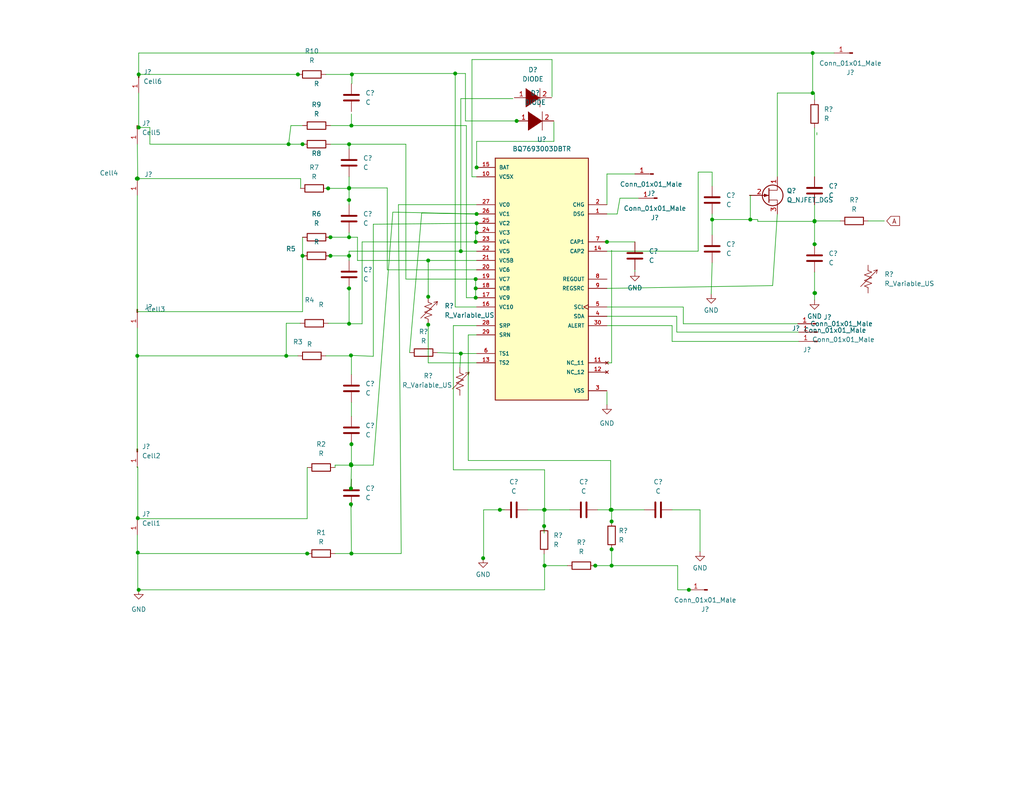
<source format=kicad_sch>
(kicad_sch (version 20211123) (generator eeschema)

  (uuid 0c3fb0a6-df13-4793-88cf-7471850e97f6)

  (paper "A")

  (title_block
    (title "PCB KiCad Tutorial-Pamela")
    (date "Revision A")
  )

  (lib_symbols
    (symbol "BQ7693003DBTR[1]:BQ7693003DBTR" (pin_names (offset 1.016)) (in_bom yes) (on_board yes)
      (property "Reference" "U" (id 0) (at -12.7 33.02 0)
        (effects (font (size 1.27 1.27)) (justify left bottom))
      )
      (property "Value" "BQ7693003DBTR" (id 1) (at -12.7 -35.56 0)
        (effects (font (size 1.27 1.27)) (justify left bottom))
      )
      (property "Footprint" "SOP50P640X120-30N" (id 2) (at 0 0 0)
        (effects (font (size 1.27 1.27)) (justify left bottom) hide)
      )
      (property "Datasheet" "" (id 3) (at 0 0 0)
        (effects (font (size 1.27 1.27)) (justify left bottom) hide)
      )
      (property "PURCHASE-URL" "https://pricing.snapeda.com/search/part/BQ7693003DBTR/?ref=eda" (id 4) (at 0 0 0)
        (effects (font (size 1.27 1.27)) (justify left bottom) hide)
      )
      (property "DESCRIPTION" "6 to 10-Series Cell Li-Ion and Li-Phosphate Battery Monitor (bq76940 Family) 30-TSSOP -40 to 85" (id 5) (at 0 0 0)
        (effects (font (size 1.27 1.27)) (justify left bottom) hide)
      )
      (property "PRICE" "None" (id 6) (at 0 0 0)
        (effects (font (size 1.27 1.27)) (justify left bottom) hide)
      )
      (property "MF" "Texas Instruments" (id 7) (at 0 0 0)
        (effects (font (size 1.27 1.27)) (justify left bottom) hide)
      )
      (property "PACKAGE" "TSSOP-30 Texas Instruments" (id 8) (at 0 0 0)
        (effects (font (size 1.27 1.27)) (justify left bottom) hide)
      )
      (property "MP" "BQ7693003DBTR" (id 9) (at 0 0 0)
        (effects (font (size 1.27 1.27)) (justify left bottom) hide)
      )
      (property "AVAILABILITY" "Unavailable" (id 10) (at 0 0 0)
        (effects (font (size 1.27 1.27)) (justify left bottom) hide)
      )
      (property "ki_locked" "" (id 11) (at 0 0 0)
        (effects (font (size 1.27 1.27)))
      )
      (symbol "BQ7693003DBTR_0_0"
        (rectangle (start -12.7 -33.02) (end 12.7 33.02)
          (stroke (width 0.254) (type default) (color 0 0 0 0))
          (fill (type background))
        )
        (pin output line (at 17.78 17.78 180) (length 5.08)
          (name "DSG" (effects (font (size 1.016 1.016))))
          (number "1" (effects (font (size 1.016 1.016))))
        )
        (pin power_in line (at -17.78 27.94 0) (length 5.08)
          (name "VC5X" (effects (font (size 1.016 1.016))))
          (number "10" (effects (font (size 1.016 1.016))))
        )
        (pin no_connect line (at 17.78 -22.86 180) (length 5.08)
          (name "NC_11" (effects (font (size 1.016 1.016))))
          (number "11" (effects (font (size 1.016 1.016))))
        )
        (pin no_connect line (at 17.78 -25.4 180) (length 5.08)
          (name "NC_12" (effects (font (size 1.016 1.016))))
          (number "12" (effects (font (size 1.016 1.016))))
        )
        (pin input line (at -17.78 -22.86 0) (length 5.08)
          (name "TS2" (effects (font (size 1.016 1.016))))
          (number "13" (effects (font (size 1.016 1.016))))
        )
        (pin output line (at 17.78 7.62 180) (length 5.08)
          (name "CAP2" (effects (font (size 1.016 1.016))))
          (number "14" (effects (font (size 1.016 1.016))))
        )
        (pin power_in line (at -17.78 30.48 0) (length 5.08)
          (name "BAT" (effects (font (size 1.016 1.016))))
          (number "15" (effects (font (size 1.016 1.016))))
        )
        (pin input line (at -17.78 -7.62 0) (length 5.08)
          (name "VC10" (effects (font (size 1.016 1.016))))
          (number "16" (effects (font (size 1.016 1.016))))
        )
        (pin input line (at -17.78 -5.08 0) (length 5.08)
          (name "VC9" (effects (font (size 1.016 1.016))))
          (number "17" (effects (font (size 1.016 1.016))))
        )
        (pin input line (at -17.78 -2.54 0) (length 5.08)
          (name "VC8" (effects (font (size 1.016 1.016))))
          (number "18" (effects (font (size 1.016 1.016))))
        )
        (pin input line (at -17.78 0 0) (length 5.08)
          (name "VC7" (effects (font (size 1.016 1.016))))
          (number "19" (effects (font (size 1.016 1.016))))
        )
        (pin output line (at 17.78 20.32 180) (length 5.08)
          (name "CHG" (effects (font (size 1.016 1.016))))
          (number "2" (effects (font (size 1.016 1.016))))
        )
        (pin input line (at -17.78 2.54 0) (length 5.08)
          (name "VC6" (effects (font (size 1.016 1.016))))
          (number "20" (effects (font (size 1.016 1.016))))
        )
        (pin input line (at -17.78 5.08 0) (length 5.08)
          (name "VC5B" (effects (font (size 1.016 1.016))))
          (number "21" (effects (font (size 1.016 1.016))))
        )
        (pin input line (at -17.78 7.62 0) (length 5.08)
          (name "VC5" (effects (font (size 1.016 1.016))))
          (number "22" (effects (font (size 1.016 1.016))))
        )
        (pin input line (at -17.78 10.16 0) (length 5.08)
          (name "VC4" (effects (font (size 1.016 1.016))))
          (number "23" (effects (font (size 1.016 1.016))))
        )
        (pin input line (at -17.78 12.7 0) (length 5.08)
          (name "VC3" (effects (font (size 1.016 1.016))))
          (number "24" (effects (font (size 1.016 1.016))))
        )
        (pin input line (at -17.78 15.24 0) (length 5.08)
          (name "VC2" (effects (font (size 1.016 1.016))))
          (number "25" (effects (font (size 1.016 1.016))))
        )
        (pin input line (at -17.78 17.78 0) (length 5.08)
          (name "VC1" (effects (font (size 1.016 1.016))))
          (number "26" (effects (font (size 1.016 1.016))))
        )
        (pin input line (at -17.78 20.32 0) (length 5.08)
          (name "VC0" (effects (font (size 1.016 1.016))))
          (number "27" (effects (font (size 1.016 1.016))))
        )
        (pin input line (at -17.78 -12.7 0) (length 5.08)
          (name "SRP" (effects (font (size 1.016 1.016))))
          (number "28" (effects (font (size 1.016 1.016))))
        )
        (pin input line (at -17.78 -15.24 0) (length 5.08)
          (name "SRN" (effects (font (size 1.016 1.016))))
          (number "29" (effects (font (size 1.016 1.016))))
        )
        (pin power_in line (at 17.78 -30.48 180) (length 5.08)
          (name "VSS" (effects (font (size 1.016 1.016))))
          (number "3" (effects (font (size 1.016 1.016))))
        )
        (pin bidirectional line (at 17.78 -12.7 180) (length 5.08)
          (name "ALERT" (effects (font (size 1.016 1.016))))
          (number "30" (effects (font (size 1.016 1.016))))
        )
        (pin bidirectional line (at 17.78 -10.16 180) (length 5.08)
          (name "SDA" (effects (font (size 1.016 1.016))))
          (number "4" (effects (font (size 1.016 1.016))))
        )
        (pin input clock (at 17.78 -7.62 180) (length 5.08)
          (name "SCL" (effects (font (size 1.016 1.016))))
          (number "5" (effects (font (size 1.016 1.016))))
        )
        (pin input line (at -17.78 -20.32 0) (length 5.08)
          (name "TS1" (effects (font (size 1.016 1.016))))
          (number "6" (effects (font (size 1.016 1.016))))
        )
        (pin output line (at 17.78 10.16 180) (length 5.08)
          (name "CAP1" (effects (font (size 1.016 1.016))))
          (number "7" (effects (font (size 1.016 1.016))))
        )
        (pin power_in line (at 17.78 0 180) (length 5.08)
          (name "REGOUT" (effects (font (size 1.016 1.016))))
          (number "8" (effects (font (size 1.016 1.016))))
        )
        (pin input line (at 17.78 -2.54 180) (length 5.08)
          (name "REGSRC" (effects (font (size 1.016 1.016))))
          (number "9" (effects (font (size 1.016 1.016))))
        )
      )
    )
    (symbol "Connector:Conn_01x01_Male" (pin_names (offset 1.016) hide) (in_bom yes) (on_board yes)
      (property "Reference" "J" (id 0) (at 0 2.54 0)
        (effects (font (size 1.27 1.27)))
      )
      (property "Value" "Conn_01x01_Male" (id 1) (at 0 -2.54 0)
        (effects (font (size 1.27 1.27)))
      )
      (property "Footprint" "" (id 2) (at 0 0 0)
        (effects (font (size 1.27 1.27)) hide)
      )
      (property "Datasheet" "~" (id 3) (at 0 0 0)
        (effects (font (size 1.27 1.27)) hide)
      )
      (property "ki_keywords" "connector" (id 4) (at 0 0 0)
        (effects (font (size 1.27 1.27)) hide)
      )
      (property "ki_description" "Generic connector, single row, 01x01, script generated (kicad-library-utils/schlib/autogen/connector/)" (id 5) (at 0 0 0)
        (effects (font (size 1.27 1.27)) hide)
      )
      (property "ki_fp_filters" "Connector*:*" (id 6) (at 0 0 0)
        (effects (font (size 1.27 1.27)) hide)
      )
      (symbol "Conn_01x01_Male_1_1"
        (polyline
          (pts
            (xy 1.27 0)
            (xy 0.8636 0)
          )
          (stroke (width 0.1524) (type default) (color 0 0 0 0))
          (fill (type none))
        )
        (rectangle (start 0.8636 0.127) (end 0 -0.127)
          (stroke (width 0.1524) (type default) (color 0 0 0 0))
          (fill (type outline))
        )
        (pin passive line (at 5.08 0 180) (length 3.81)
          (name "Pin_1" (effects (font (size 1.27 1.27))))
          (number "1" (effects (font (size 1.27 1.27))))
        )
      )
    )
    (symbol "Device:C" (pin_numbers hide) (pin_names (offset 0.254)) (in_bom yes) (on_board yes)
      (property "Reference" "C" (id 0) (at 0.635 2.54 0)
        (effects (font (size 1.27 1.27)) (justify left))
      )
      (property "Value" "C" (id 1) (at 0.635 -2.54 0)
        (effects (font (size 1.27 1.27)) (justify left))
      )
      (property "Footprint" "" (id 2) (at 0.9652 -3.81 0)
        (effects (font (size 1.27 1.27)) hide)
      )
      (property "Datasheet" "~" (id 3) (at 0 0 0)
        (effects (font (size 1.27 1.27)) hide)
      )
      (property "ki_keywords" "cap capacitor" (id 4) (at 0 0 0)
        (effects (font (size 1.27 1.27)) hide)
      )
      (property "ki_description" "Unpolarized capacitor" (id 5) (at 0 0 0)
        (effects (font (size 1.27 1.27)) hide)
      )
      (property "ki_fp_filters" "C_*" (id 6) (at 0 0 0)
        (effects (font (size 1.27 1.27)) hide)
      )
      (symbol "C_0_1"
        (polyline
          (pts
            (xy -2.032 -0.762)
            (xy 2.032 -0.762)
          )
          (stroke (width 0.508) (type default) (color 0 0 0 0))
          (fill (type none))
        )
        (polyline
          (pts
            (xy -2.032 0.762)
            (xy 2.032 0.762)
          )
          (stroke (width 0.508) (type default) (color 0 0 0 0))
          (fill (type none))
        )
      )
      (symbol "C_1_1"
        (pin passive line (at 0 3.81 270) (length 2.794)
          (name "~" (effects (font (size 1.27 1.27))))
          (number "1" (effects (font (size 1.27 1.27))))
        )
        (pin passive line (at 0 -3.81 90) (length 2.794)
          (name "~" (effects (font (size 1.27 1.27))))
          (number "2" (effects (font (size 1.27 1.27))))
        )
      )
    )
    (symbol "Device:Q_NJFET_DGS" (pin_names (offset 0) hide) (in_bom yes) (on_board yes)
      (property "Reference" "Q" (id 0) (at 5.08 1.27 0)
        (effects (font (size 1.27 1.27)) (justify left))
      )
      (property "Value" "Q_NJFET_DGS" (id 1) (at 5.08 -1.27 0)
        (effects (font (size 1.27 1.27)) (justify left))
      )
      (property "Footprint" "" (id 2) (at 5.08 2.54 0)
        (effects (font (size 1.27 1.27)) hide)
      )
      (property "Datasheet" "~" (id 3) (at 0 0 0)
        (effects (font (size 1.27 1.27)) hide)
      )
      (property "ki_keywords" "transistor NJFET N-JFET" (id 4) (at 0 0 0)
        (effects (font (size 1.27 1.27)) hide)
      )
      (property "ki_description" "N-JFET transistor, drain/gate/source" (id 5) (at 0 0 0)
        (effects (font (size 1.27 1.27)) hide)
      )
      (symbol "Q_NJFET_DGS_0_1"
        (polyline
          (pts
            (xy 0.254 1.905)
            (xy 0.254 -1.905)
            (xy 0.254 -1.905)
          )
          (stroke (width 0.254) (type default) (color 0 0 0 0))
          (fill (type none))
        )
        (polyline
          (pts
            (xy 2.54 -2.54)
            (xy 2.54 -1.27)
            (xy 0.254 -1.27)
          )
          (stroke (width 0) (type default) (color 0 0 0 0))
          (fill (type none))
        )
        (polyline
          (pts
            (xy 2.54 2.54)
            (xy 2.54 1.397)
            (xy 0.254 1.397)
          )
          (stroke (width 0) (type default) (color 0 0 0 0))
          (fill (type none))
        )
        (polyline
          (pts
            (xy 0 0)
            (xy -1.016 0.381)
            (xy -1.016 -0.381)
            (xy 0 0)
          )
          (stroke (width 0) (type default) (color 0 0 0 0))
          (fill (type outline))
        )
        (circle (center 1.27 0) (radius 2.8194)
          (stroke (width 0.254) (type default) (color 0 0 0 0))
          (fill (type none))
        )
      )
      (symbol "Q_NJFET_DGS_1_1"
        (pin passive line (at 2.54 5.08 270) (length 2.54)
          (name "D" (effects (font (size 1.27 1.27))))
          (number "1" (effects (font (size 1.27 1.27))))
        )
        (pin input line (at -5.08 0 0) (length 5.334)
          (name "G" (effects (font (size 1.27 1.27))))
          (number "2" (effects (font (size 1.27 1.27))))
        )
        (pin passive line (at 2.54 -5.08 90) (length 2.54)
          (name "S" (effects (font (size 1.27 1.27))))
          (number "3" (effects (font (size 1.27 1.27))))
        )
      )
    )
    (symbol "Device:R" (pin_numbers hide) (pin_names (offset 0)) (in_bom yes) (on_board yes)
      (property "Reference" "R" (id 0) (at 2.032 0 90)
        (effects (font (size 1.27 1.27)))
      )
      (property "Value" "R" (id 1) (at 0 0 90)
        (effects (font (size 1.27 1.27)))
      )
      (property "Footprint" "" (id 2) (at -1.778 0 90)
        (effects (font (size 1.27 1.27)) hide)
      )
      (property "Datasheet" "~" (id 3) (at 0 0 0)
        (effects (font (size 1.27 1.27)) hide)
      )
      (property "ki_keywords" "R res resistor" (id 4) (at 0 0 0)
        (effects (font (size 1.27 1.27)) hide)
      )
      (property "ki_description" "Resistor" (id 5) (at 0 0 0)
        (effects (font (size 1.27 1.27)) hide)
      )
      (property "ki_fp_filters" "R_*" (id 6) (at 0 0 0)
        (effects (font (size 1.27 1.27)) hide)
      )
      (symbol "R_0_1"
        (rectangle (start -1.016 -2.54) (end 1.016 2.54)
          (stroke (width 0.254) (type default) (color 0 0 0 0))
          (fill (type none))
        )
      )
      (symbol "R_1_1"
        (pin passive line (at 0 3.81 270) (length 1.27)
          (name "~" (effects (font (size 1.27 1.27))))
          (number "1" (effects (font (size 1.27 1.27))))
        )
        (pin passive line (at 0 -3.81 90) (length 1.27)
          (name "~" (effects (font (size 1.27 1.27))))
          (number "2" (effects (font (size 1.27 1.27))))
        )
      )
    )
    (symbol "Device:R_Variable_US" (pin_numbers hide) (pin_names (offset 0)) (in_bom yes) (on_board yes)
      (property "Reference" "R" (id 0) (at 2.54 -2.54 90)
        (effects (font (size 1.27 1.27)) (justify left))
      )
      (property "Value" "R_Variable_US" (id 1) (at -2.54 -1.27 90)
        (effects (font (size 1.27 1.27)) (justify left))
      )
      (property "Footprint" "" (id 2) (at -1.778 0 90)
        (effects (font (size 1.27 1.27)) hide)
      )
      (property "Datasheet" "~" (id 3) (at 0 0 0)
        (effects (font (size 1.27 1.27)) hide)
      )
      (property "ki_keywords" "R res resistor variable potentiometer rheostat" (id 4) (at 0 0 0)
        (effects (font (size 1.27 1.27)) hide)
      )
      (property "ki_description" "Variable resistor, US symbol" (id 5) (at 0 0 0)
        (effects (font (size 1.27 1.27)) hide)
      )
      (property "ki_fp_filters" "R_*" (id 6) (at 0 0 0)
        (effects (font (size 1.27 1.27)) hide)
      )
      (symbol "R_Variable_US_0_1"
        (polyline
          (pts
            (xy 0 -2.286)
            (xy 0 -2.54)
          )
          (stroke (width 0) (type default) (color 0 0 0 0))
          (fill (type none))
        )
        (polyline
          (pts
            (xy 0 2.286)
            (xy 0 2.54)
          )
          (stroke (width 0) (type default) (color 0 0 0 0))
          (fill (type none))
        )
        (polyline
          (pts
            (xy 0 -0.762)
            (xy 1.016 -1.143)
            (xy 0 -1.524)
            (xy -1.016 -1.905)
            (xy 0 -2.286)
          )
          (stroke (width 0) (type default) (color 0 0 0 0))
          (fill (type none))
        )
        (polyline
          (pts
            (xy 0 0.762)
            (xy 1.016 0.381)
            (xy 0 0)
            (xy -1.016 -0.381)
            (xy 0 -0.762)
          )
          (stroke (width 0) (type default) (color 0 0 0 0))
          (fill (type none))
        )
        (polyline
          (pts
            (xy 0 2.286)
            (xy 1.016 1.905)
            (xy 0 1.524)
            (xy -1.016 1.143)
            (xy 0 0.762)
          )
          (stroke (width 0.1524) (type default) (color 0 0 0 0))
          (fill (type none))
        )
        (polyline
          (pts
            (xy 2.286 1.524)
            (xy 2.54 2.54)
            (xy 1.524 2.286)
            (xy 2.54 2.54)
            (xy -2.032 -2.032)
          )
          (stroke (width 0.1524) (type default) (color 0 0 0 0))
          (fill (type none))
        )
      )
      (symbol "R_Variable_US_1_1"
        (pin passive line (at 0 3.81 270) (length 1.27)
          (name "~" (effects (font (size 1.27 1.27))))
          (number "1" (effects (font (size 1.27 1.27))))
        )
        (pin passive line (at 0 -3.81 90) (length 1.27)
          (name "~" (effects (font (size 1.27 1.27))))
          (number "2" (effects (font (size 1.27 1.27))))
        )
      )
    )
    (symbol "power:GND" (power) (pin_names (offset 0)) (in_bom yes) (on_board yes)
      (property "Reference" "#PWR" (id 0) (at 0 -6.35 0)
        (effects (font (size 1.27 1.27)) hide)
      )
      (property "Value" "GND" (id 1) (at 0 -3.81 0)
        (effects (font (size 1.27 1.27)))
      )
      (property "Footprint" "" (id 2) (at 0 0 0)
        (effects (font (size 1.27 1.27)) hide)
      )
      (property "Datasheet" "" (id 3) (at 0 0 0)
        (effects (font (size 1.27 1.27)) hide)
      )
      (property "ki_keywords" "power-flag" (id 4) (at 0 0 0)
        (effects (font (size 1.27 1.27)) hide)
      )
      (property "ki_description" "Power symbol creates a global label with name \"GND\" , ground" (id 5) (at 0 0 0)
        (effects (font (size 1.27 1.27)) hide)
      )
      (symbol "GND_0_1"
        (polyline
          (pts
            (xy 0 0)
            (xy 0 -1.27)
            (xy 1.27 -1.27)
            (xy 0 -2.54)
            (xy -1.27 -1.27)
            (xy 0 -1.27)
          )
          (stroke (width 0) (type default) (color 0 0 0 0))
          (fill (type none))
        )
      )
      (symbol "GND_1_1"
        (pin power_in line (at 0 0 270) (length 0) hide
          (name "GND" (effects (font (size 1.27 1.27))))
          (number "1" (effects (font (size 1.27 1.27))))
        )
      )
    )
    (symbol "pspice:DIODE" (pin_names (offset 1.016) hide) (in_bom yes) (on_board yes)
      (property "Reference" "D" (id 0) (at 0 3.81 0)
        (effects (font (size 1.27 1.27)))
      )
      (property "Value" "DIODE" (id 1) (at 0 -4.445 0)
        (effects (font (size 1.27 1.27)))
      )
      (property "Footprint" "" (id 2) (at 0 0 0)
        (effects (font (size 1.27 1.27)) hide)
      )
      (property "Datasheet" "~" (id 3) (at 0 0 0)
        (effects (font (size 1.27 1.27)) hide)
      )
      (property "ki_keywords" "simulation" (id 4) (at 0 0 0)
        (effects (font (size 1.27 1.27)) hide)
      )
      (property "ki_description" "Diode symbol for simulation only. Pin order incompatible with official kicad footprints" (id 5) (at 0 0 0)
        (effects (font (size 1.27 1.27)) hide)
      )
      (symbol "DIODE_0_1"
        (polyline
          (pts
            (xy 1.905 2.54)
            (xy 1.905 -2.54)
          )
          (stroke (width 0) (type default) (color 0 0 0 0))
          (fill (type none))
        )
        (polyline
          (pts
            (xy -1.905 2.54)
            (xy -1.905 -2.54)
            (xy 1.905 0)
          )
          (stroke (width 0) (type default) (color 0 0 0 0))
          (fill (type outline))
        )
      )
      (symbol "DIODE_1_1"
        (pin input line (at -5.08 0 0) (length 3.81)
          (name "K" (effects (font (size 1.27 1.27))))
          (number "1" (effects (font (size 1.27 1.27))))
        )
        (pin input line (at 5.08 0 180) (length 3.81)
          (name "A" (effects (font (size 1.27 1.27))))
          (number "2" (effects (font (size 1.27 1.27))))
        )
      )
    )
  )

  (junction (at 95.758 137.668) (diameter 0) (color 0 0 0 0)
    (uuid 00eb7a60-3f9e-46c0-83e3-8bf9a819698f)
  )
  (junction (at 130.048 60.96) (diameter 0) (color 0 0 0 0)
    (uuid 01478f5f-b37c-4e9a-8c55-49adf21e8a6f)
  )
  (junction (at 95.25 64.77) (diameter 0) (color 0 0 0 0)
    (uuid 064e49b1-0e41-4478-b9c0-407bb4fb33c3)
  )
  (junction (at 95.25 88.392) (diameter 0) (color 0 0 0 0)
    (uuid 068b77ac-95df-438b-9c54-1e7ee4e6199d)
  )
  (junction (at 129.794 66.04) (diameter 0) (color 0 0 0 0)
    (uuid 0f88b7fa-f360-41b6-9320-6ff751a28d26)
  )
  (junction (at 222.25 66.675) (diameter 0) (color 0 0 0 0)
    (uuid 11a909a5-5e9f-49e9-a3a0-75386591e2d8)
  )
  (junction (at 166.878 149.987) (diameter 0) (color 0 0 0 0)
    (uuid 11b4e8d3-c577-4c0f-a876-0f5ed107a19f)
  )
  (junction (at 140.97 33.02) (diameter 0) (color 0 0 0 0)
    (uuid 15b11eee-bd92-4e9b-bac5-015a3e464206)
  )
  (junction (at 37.846 34.798) (diameter 0) (color 0 0 0 0)
    (uuid 1a346068-d8c2-40f5-85ce-4ed7243a6d50)
  )
  (junction (at 166.878 154.432) (diameter 0) (color 0 0 0 0)
    (uuid 1fb2cca4-1f18-417b-910f-d9266b3e4e14)
  )
  (junction (at 148.59 154.432) (diameter 0) (color 0 0 0 0)
    (uuid 24bff484-5437-46a0-b772-7ff4c565528d)
  )
  (junction (at 187.96 161.036) (diameter 0) (color 0 0 0 0)
    (uuid 278fbf73-6807-4552-9835-26401663b8af)
  )
  (junction (at 37.592 141.478) (diameter 0) (color 0 0 0 0)
    (uuid 300dc2c0-6dde-42a4-a30a-73371040a04e)
  )
  (junction (at 125.73 68.58) (diameter 0) (color 0 0 0 0)
    (uuid 30fe9adb-d2a9-4170-8fb6-588b8d987f79)
  )
  (junction (at 95.885 127) (diameter 0) (color 0 0 0 0)
    (uuid 31132acc-3945-4ee0-ae13-cd75df2ead1e)
  )
  (junction (at 82.55 69.85) (diameter 0) (color 0 0 0 0)
    (uuid 325df3a5-0dd7-4011-b707-79c3d0322768)
  )
  (junction (at 129.794 76.2) (diameter 0) (color 0 0 0 0)
    (uuid 34b7cb33-1837-4ab3-b21e-797f29f0d4b9)
  )
  (junction (at 130.048 58.42) (diameter 0) (color 0 0 0 0)
    (uuid 35b01643-ac4e-4612-9ea1-b49ec22bdce3)
  )
  (junction (at 78.74 39.37) (diameter 0) (color 0 0 0 0)
    (uuid 3660b6e2-30c4-49d7-b95a-bdf161e461ee)
  )
  (junction (at 95.25 69.85) (diameter 0) (color 0 0 0 0)
    (uuid 44a8b3c4-f758-4744-84cd-8fe89efc2b46)
  )
  (junction (at 148.463 143.637) (diameter 0) (color 0 0 0 0)
    (uuid 4685e6fb-a90c-44bf-ac5d-5c60aa6b17ad)
  )
  (junction (at 37.846 161.036) (diameter 0) (color 0 0 0 0)
    (uuid 47079f21-95a8-480f-9764-588541d8305d)
  )
  (junction (at 95.758 126.746) (diameter 0) (color 0 0 0 0)
    (uuid 47725477-8129-4f5f-8394-b82d7c21089e)
  )
  (junction (at 95.758 127) (diameter 0) (color 0 0 0 0)
    (uuid 4af267f3-f10b-4890-aa49-a24e5deaf5af)
  )
  (junction (at 124.206 20.066) (diameter 0) (color 0 0 0 0)
    (uuid 4b7a1ee7-6d0f-4036-8d74-7b7069af0f0c)
  )
  (junction (at 37.846 20.32) (diameter 0) (color 0 0 0 0)
    (uuid 4c5e1a3f-bf42-400e-8d34-ee12e2ac4258)
  )
  (junction (at 222.25 80.01) (diameter 0) (color 0 0 0 0)
    (uuid 55a3b489-38cd-42f2-a31c-ac0357d4a8ab)
  )
  (junction (at 221.742 14.478) (diameter 0) (color 0 0 0 0)
    (uuid 5ac13ab0-d947-4b31-83e1-0ce304c1b10a)
  )
  (junction (at 162.433 154.432) (diameter 0) (color 0 0 0 0)
    (uuid 63032de7-7279-451a-9201-c8d8bbf67532)
  )
  (junction (at 90.17 64.77) (diameter 0) (color 0 0 0 0)
    (uuid 642799d3-37fe-4652-823b-fe90956de420)
  )
  (junction (at 95.25 54.61) (diameter 0) (color 0 0 0 0)
    (uuid 699e0c88-c825-4f8d-90fc-dc79aac97eb6)
  )
  (junction (at 165.608 66.04) (diameter 0) (color 0 0 0 0)
    (uuid 6b078ea2-ff64-49a6-bdee-6ffcbcc65c4c)
  )
  (junction (at 222.377 80.01) (diameter 0) (color 0 0 0 0)
    (uuid 6b741e11-bfbe-4598-a429-307d836adfae)
  )
  (junction (at 95.885 151.13) (diameter 0) (color 0 0 0 0)
    (uuid 70336055-1b61-4321-b9ac-76b082b0a755)
  )
  (junction (at 37.465 97.155) (diameter 0) (color 0 0 0 0)
    (uuid 719eb68e-319c-495d-a35e-9f806c4696f1)
  )
  (junction (at 222.25 60.452) (diameter 0) (color 0 0 0 0)
    (uuid 784a1b29-7df3-4d4c-b6e6-4c823343feba)
  )
  (junction (at 222.25 60.325) (diameter 0) (color 0 0 0 0)
    (uuid 7ad392db-5754-4997-ae29-caa3866c85ae)
  )
  (junction (at 166.878 139.192) (diameter 0) (color 0 0 0 0)
    (uuid 7b612aac-6d8c-4b0f-a537-8e4271ab1b30)
  )
  (junction (at 148.463 139.192) (diameter 0) (color 0 0 0 0)
    (uuid 7e119271-34d3-448e-9fb4-4cecf5ada180)
  )
  (junction (at 37.592 150.876) (diameter 0) (color 0 0 0 0)
    (uuid 83303d9e-1f84-4ddc-84dd-48eff036740e)
  )
  (junction (at 129.794 78.74) (diameter 0) (color 0 0 0 0)
    (uuid 88cae3d3-6b52-4a1d-89fb-7eb716cd0ff8)
  )
  (junction (at 131.826 152.4) (diameter 0) (color 0 0 0 0)
    (uuid 8cbb32ba-ca07-4315-9fa1-febb293eb33f)
  )
  (junction (at 194.31 59.944) (diameter 0) (color 0 0 0 0)
    (uuid 8db4083c-0326-4cfe-9a8d-e8bb800d6e19)
  )
  (junction (at 37.592 48.768) (diameter 0) (color 0 0 0 0)
    (uuid 92984a57-3d58-4a30-b288-7372a67be5d0)
  )
  (junction (at 95.758 97.028) (diameter 0) (color 0 0 0 0)
    (uuid 9588e3a6-0f0a-438e-b62f-7c729fdc02e9)
  )
  (junction (at 37.338 48.768) (diameter 0) (color 0 0 0 0)
    (uuid 9786bc25-8a23-41ac-966b-fd70748557d6)
  )
  (junction (at 95.25 78.74) (diameter 0) (color 0 0 0 0)
    (uuid 99257322-ec94-47be-9adf-2124da54f21b)
  )
  (junction (at 136.398 139.192) (diameter 0) (color 0 0 0 0)
    (uuid 9bbc8e3a-30b0-429e-ba52-5de0d00b700e)
  )
  (junction (at 82.55 39.37) (diameter 0) (color 0 0 0 0)
    (uuid 9fb49856-e98e-4901-940c-57720b6e3ec8)
  )
  (junction (at 78.105 97.155) (diameter 0) (color 0 0 0 0)
    (uuid a08691fc-ddda-4aa9-b9ed-f45ac4bb3983)
  )
  (junction (at 130.048 45.72) (diameter 0) (color 0 0 0 0)
    (uuid a4d6f3ec-c215-45fc-aaac-6542729879fd)
  )
  (junction (at 148.59 139.192) (diameter 0) (color 0 0 0 0)
    (uuid a909bfcc-eb1e-4b02-8813-f71da357b100)
  )
  (junction (at 95.25 51.308) (diameter 0) (color 0 0 0 0)
    (uuid abc10ef8-5f23-401a-aac5-bae58e5330af)
  )
  (junction (at 95.25 51.435) (diameter 0) (color 0 0 0 0)
    (uuid b02c59f6-a56f-4ec2-90fc-d43f1fecf7ed)
  )
  (junction (at 89.535 51.435) (diameter 0) (color 0 0 0 0)
    (uuid b0e37a15-4f67-4196-a43b-4e79e12dfdc7)
  )
  (junction (at 95.758 133.35) (diameter 0) (color 0 0 0 0)
    (uuid c55178d5-000e-407b-a0f0-3cf3072451a7)
  )
  (junction (at 81.28 20.32) (diameter 0) (color 0 0 0 0)
    (uuid d49dbb64-5f0d-4588-99ea-65450b94e07c)
  )
  (junction (at 130.048 63.5) (diameter 0) (color 0 0 0 0)
    (uuid d54a8295-58fc-4cb5-a46c-10be6fac9ce2)
  )
  (junction (at 96.012 20.32) (diameter 0) (color 0 0 0 0)
    (uuid d597857c-f45b-46ba-8f07-fe799c0ec820)
  )
  (junction (at 125.73 96.52) (diameter 0) (color 0 0 0 0)
    (uuid d65a2d7b-2717-4ee0-8a0e-003afbe7d97c)
  )
  (junction (at 90.17 69.85) (diameter 0) (color 0 0 0 0)
    (uuid d99945a4-b61b-4ee8-9445-3e9e4b83025e)
  )
  (junction (at 129.794 81.28) (diameter 0) (color 0 0 0 0)
    (uuid dc4b6183-78e8-446a-ad7f-f5d1a461598f)
  )
  (junction (at 83.82 151.13) (diameter 0) (color 0 0 0 0)
    (uuid de5e1554-c2b8-45a3-bfa4-0afe4cff5947)
  )
  (junction (at 95.885 34.29) (diameter 0) (color 0 0 0 0)
    (uuid ed49e4d3-9342-425a-ba5d-dde4d1e2d027)
  )
  (junction (at 221.742 25.4) (diameter 0) (color 0 0 0 0)
    (uuid ee1fd8aa-148b-4bf7-beda-10677655d02e)
  )
  (junction (at 166.878 142.367) (diameter 0) (color 0 0 0 0)
    (uuid ef12dd0a-5386-4643-bf12-d8b196022616)
  )
  (junction (at 166.624 139.192) (diameter 0) (color 0 0 0 0)
    (uuid f285e460-5ecd-4839-917c-457db1ce612d)
  )
  (junction (at 95.25 39.37) (diameter 0) (color 0 0 0 0)
    (uuid f2c2534a-29cf-4340-9893-2693dbab72e3)
  )
  (junction (at 95.885 121.285) (diameter 0) (color 0 0 0 0)
    (uuid f39ee965-3dc1-4650-a963-4fb789f8b814)
  )
  (junction (at 116.84 88.646) (diameter 0) (color 0 0 0 0)
    (uuid f4b6f6f3-828b-4ac4-89d9-b274877cf4d8)
  )
  (junction (at 204.724 59.944) (diameter 0) (color 0 0 0 0)
    (uuid fa7e646b-b59e-4d19-a25d-7795541e80de)
  )
  (junction (at 116.84 71.12) (diameter 0) (color 0 0 0 0)
    (uuid fced74d4-19e5-484b-a925-339b584cbbe5)
  )
  (junction (at 116.84 81.026) (diameter 0) (color 0 0 0 0)
    (uuid fd9ab7ce-2343-46c3-b3a4-fec604e803ec)
  )

  (wire (pts (xy 83.82 141.605) (xy 83.82 127.635))
    (stroke (width 0) (type default) (color 0 0 0 0))
    (uuid 0111a3cc-98e3-4e00-a08c-b418d571c3bb)
  )
  (wire (pts (xy 161.798 154.432) (xy 162.433 154.432))
    (stroke (width 0) (type default) (color 0 0 0 0))
    (uuid 01135cd3-ba6e-4ea3-82d9-a9c7c19d12cc)
  )
  (wire (pts (xy 130.048 60.96) (xy 130.048 63.5))
    (stroke (width 0) (type default) (color 0 0 0 0))
    (uuid 01a468c0-7cb7-4110-9a0e-70ff68ef4735)
  )
  (wire (pts (xy 166.878 142.367) (xy 166.878 143.002))
    (stroke (width 0) (type default) (color 0 0 0 0))
    (uuid 0230d45e-601a-476c-b123-4b97211e58b5)
  )
  (wire (pts (xy 184.658 90.678) (xy 217.932 90.678))
    (stroke (width 0) (type default) (color 0 0 0 0))
    (uuid 024a485d-59aa-4cb1-b767-54de7140648b)
  )
  (wire (pts (xy 95.758 137.668) (xy 95.885 151.13))
    (stroke (width 0) (type default) (color 0 0 0 0))
    (uuid 05c95dee-8a87-4f8c-ac5a-06304f2561f7)
  )
  (wire (pts (xy 94.615 54.61) (xy 95.25 54.61))
    (stroke (width 0) (type default) (color 0 0 0 0))
    (uuid 05ff6e41-5280-4f3d-8e70-ffba76c09b19)
  )
  (wire (pts (xy 37.338 48.768) (xy 37.592 48.768))
    (stroke (width 0) (type default) (color 0 0 0 0))
    (uuid 066066f6-c371-4ece-ac2d-568258f3d0b9)
  )
  (wire (pts (xy 131.953 139.192) (xy 131.953 152.527))
    (stroke (width 0) (type default) (color 0 0 0 0))
    (uuid 06c5397f-24e6-4a87-a584-afdd283b3b9a)
  )
  (wire (pts (xy 40.894 39.37) (xy 78.74 39.37))
    (stroke (width 0) (type default) (color 0 0 0 0))
    (uuid 08390ba5-cb08-4ca1-82b8-80ded6b7ae47)
  )
  (wire (pts (xy 89.535 69.85) (xy 90.17 69.85))
    (stroke (width 0) (type default) (color 0 0 0 0))
    (uuid 09b30c36-2d63-4fe9-8d29-f20af37d4381)
  )
  (wire (pts (xy 98.806 66.04) (xy 98.806 88.392))
    (stroke (width 0) (type default) (color 0 0 0 0))
    (uuid 09ee94ff-f1cb-4786-b231-26bfd8094fbd)
  )
  (wire (pts (xy 148.463 151.257) (xy 148.463 154.432))
    (stroke (width 0) (type default) (color 0 0 0 0))
    (uuid 0ab9b856-afe2-457b-8262-1c5fb6e9d426)
  )
  (wire (pts (xy 187.96 161.036) (xy 184.912 161.036))
    (stroke (width 0) (type default) (color 0 0 0 0))
    (uuid 0ac3d0fd-58a8-49de-9303-10b095e4adc5)
  )
  (wire (pts (xy 129.794 45.72) (xy 130.048 45.72))
    (stroke (width 0) (type default) (color 0 0 0 0))
    (uuid 0efa6ad6-379b-4986-bc62-f590175ce5b2)
  )
  (wire (pts (xy 97.536 71.12) (xy 97.536 64.77))
    (stroke (width 0) (type default) (color 0 0 0 0))
    (uuid 10694317-997f-4c10-8232-38bceab8f185)
  )
  (wire (pts (xy 183.388 93.218) (xy 217.932 93.218))
    (stroke (width 0) (type default) (color 0 0 0 0))
    (uuid 1097660c-9680-4b37-b55f-50c376186180)
  )
  (wire (pts (xy 166.878 149.352) (xy 166.878 149.987))
    (stroke (width 0) (type default) (color 0 0 0 0))
    (uuid 12c7a271-9405-411a-8fdb-91b0cc9c2b31)
  )
  (wire (pts (xy 95.25 54.61) (xy 95.25 55.88))
    (stroke (width 0) (type default) (color 0 0 0 0))
    (uuid 1324f3bf-9b36-460c-a392-e9dc28db2cee)
  )
  (wire (pts (xy 123.698 128.27) (xy 148.59 128.27))
    (stroke (width 0) (type default) (color 0 0 0 0))
    (uuid 13a62897-3c82-4b94-890a-d2aa199c2549)
  )
  (wire (pts (xy 37.465 146.05) (xy 37.465 151.13))
    (stroke (width 0) (type default) (color 0 0 0 0))
    (uuid 15162414-55b8-4d05-b230-19dd18273c22)
  )
  (wire (pts (xy 37.592 150.876) (xy 37.592 161.036))
    (stroke (width 0) (type default) (color 0 0 0 0))
    (uuid 1614863b-81a8-4a54-b004-d8080b175ad2)
  )
  (wire (pts (xy 127.762 91.44) (xy 127.762 125.73))
    (stroke (width 0) (type default) (color 0 0 0 0))
    (uuid 16763d66-9583-42fb-bf47-b1edae99ae3b)
  )
  (wire (pts (xy 82.042 48.768) (xy 82.042 51.308))
    (stroke (width 0) (type default) (color 0 0 0 0))
    (uuid 16c47d37-ca1b-4d72-acb0-5372fc1a3e51)
  )
  (wire (pts (xy 130.048 88.9) (xy 123.698 88.9))
    (stroke (width 0) (type default) (color 0 0 0 0))
    (uuid 1813f0b5-0f62-4500-9c68-a792eab09cf3)
  )
  (wire (pts (xy 221.742 14.478) (xy 221.742 25.4))
    (stroke (width 0) (type default) (color 0 0 0 0))
    (uuid 1866209d-df1c-4269-b43f-06fc01c18b42)
  )
  (wire (pts (xy 127.762 91.44) (xy 130.048 91.44))
    (stroke (width 0) (type default) (color 0 0 0 0))
    (uuid 19b728e9-3d44-4ba9-8818-10603384c635)
  )
  (wire (pts (xy 95.885 151.13) (xy 109.474 151.13))
    (stroke (width 0) (type default) (color 0 0 0 0))
    (uuid 1b0214b6-dceb-4258-a039-c28f7aac566a)
  )
  (wire (pts (xy 37.846 25.4) (xy 37.846 34.798))
    (stroke (width 0) (type default) (color 0 0 0 0))
    (uuid 1c0d696d-dfa7-48d6-9a3e-f26f53b0ec0f)
  )
  (wire (pts (xy 37.592 48.768) (xy 37.465 48.895))
    (stroke (width 0) (type default) (color 0 0 0 0))
    (uuid 1c85edd5-2773-418d-99df-6c958ca1f7cb)
  )
  (wire (pts (xy 40.894 39.37) (xy 40.894 34.798))
    (stroke (width 0) (type default) (color 0 0 0 0))
    (uuid 1d30e3b8-444e-4678-b712-bfc9ec20cd35)
  )
  (wire (pts (xy 95.758 127) (xy 95.885 127))
    (stroke (width 0) (type default) (color 0 0 0 0))
    (uuid 1db5042d-33d7-4cbd-9c2c-e5bfb721f640)
  )
  (wire (pts (xy 91.44 127) (xy 91.44 127.635))
    (stroke (width 0) (type default) (color 0 0 0 0))
    (uuid 1e458275-b784-4a63-9669-ff04851ec638)
  )
  (wire (pts (xy 168.402 58.42) (xy 169.164 54.102))
    (stroke (width 0) (type default) (color 0 0 0 0))
    (uuid 1e5feabf-132a-41c7-a790-6a543722e737)
  )
  (wire (pts (xy 37.592 34.798) (xy 37.846 34.798))
    (stroke (width 0) (type default) (color 0 0 0 0))
    (uuid 1fe53b6b-bfcd-4290-add8-32e32b4ce3ab)
  )
  (wire (pts (xy 148.59 139.192) (xy 148.463 139.192))
    (stroke (width 0) (type default) (color 0 0 0 0))
    (uuid 20074859-74ee-4846-a8c4-8339d47163c5)
  )
  (wire (pts (xy 165.608 83.82) (xy 186.436 83.82))
    (stroke (width 0) (type default) (color 0 0 0 0))
    (uuid 205c3a26-4285-47c6-99d2-f06183bf296e)
  )
  (wire (pts (xy 169.164 54.102) (xy 174.244 54.102))
    (stroke (width 0) (type default) (color 0 0 0 0))
    (uuid 20c057ff-33df-4d52-bb72-ff4b8d14413a)
  )
  (wire (pts (xy 95.758 133.35) (xy 95.885 130.81))
    (stroke (width 0) (type default) (color 0 0 0 0))
    (uuid 2182d718-37f7-4fde-9182-22bfb3fa1592)
  )
  (wire (pts (xy 165.608 106.934) (xy 165.608 110.49))
    (stroke (width 0) (type default) (color 0 0 0 0))
    (uuid 232069e6-ad88-4721-8379-62e749fcc5d3)
  )
  (wire (pts (xy 89.535 64.77) (xy 90.17 64.77))
    (stroke (width 0) (type default) (color 0 0 0 0))
    (uuid 237009ec-5420-4785-8d22-f7ce47a45a94)
  )
  (wire (pts (xy 96.012 20.32) (xy 96.012 22.86))
    (stroke (width 0) (type default) (color 0 0 0 0))
    (uuid 237fa703-8885-431c-b941-5e88986144a1)
  )
  (wire (pts (xy 127.254 81.28) (xy 129.794 81.28))
    (stroke (width 0) (type default) (color 0 0 0 0))
    (uuid 28676477-5950-4e4d-bc15-3c2cc85f65ca)
  )
  (wire (pts (xy 107.188 57.912) (xy 101.854 127))
    (stroke (width 0) (type default) (color 0 0 0 0))
    (uuid 292e3377-a8cd-4647-94e0-63286211f94b)
  )
  (wire (pts (xy 150.622 16.256) (xy 128.778 16.256))
    (stroke (width 0) (type default) (color 0 0 0 0))
    (uuid 2adb9f4e-b67e-49a3-b933-1263f7537906)
  )
  (wire (pts (xy 130.048 38.608) (xy 130.048 45.72))
    (stroke (width 0) (type default) (color 0 0 0 0))
    (uuid 2b5d05cb-a1db-4074-b78a-b5f4100887a6)
  )
  (wire (pts (xy 115.062 58.166) (xy 130.048 58.42))
    (stroke (width 0) (type default) (color 0 0 0 0))
    (uuid 2d9eb8fb-bb9c-4503-ae40-96ffc49f168e)
  )
  (wire (pts (xy 136.398 139.192) (xy 131.953 139.192))
    (stroke (width 0) (type default) (color 0 0 0 0))
    (uuid 2da4cd51-9e77-480d-afa7-1c35010a74e1)
  )
  (wire (pts (xy 183.388 88.9) (xy 183.388 93.218))
    (stroke (width 0) (type default) (color 0 0 0 0))
    (uuid 2e2d1837-0599-476e-89d7-df0c7e9d57b5)
  )
  (wire (pts (xy 130.048 66.04) (xy 129.794 66.04))
    (stroke (width 0) (type default) (color 0 0 0 0))
    (uuid 2f25ed12-80fd-411f-baa8-3cdcc8bc0601)
  )
  (wire (pts (xy 125.73 26.924) (xy 125.73 68.58))
    (stroke (width 0) (type default) (color 0 0 0 0))
    (uuid 30110c31-4a4f-4754-a71d-14e39be1c1b1)
  )
  (wire (pts (xy 166.878 99.06) (xy 165.608 99.06))
    (stroke (width 0) (type default) (color 0 0 0 0))
    (uuid 30486a51-2d50-43ff-bf8b-e87b2383fd29)
  )
  (wire (pts (xy 95.885 31.115) (xy 95.885 34.29))
    (stroke (width 0) (type default) (color 0 0 0 0))
    (uuid 30c2cf40-5bed-44ef-9a02-22d0f10e7a06)
  )
  (wire (pts (xy 221.742 80.01) (xy 222.25 80.01))
    (stroke (width 0) (type default) (color 0 0 0 0))
    (uuid 32f638bd-8b59-4a69-a71f-5a84e78d69b5)
  )
  (wire (pts (xy 173.228 73.66) (xy 173.228 74.168))
    (stroke (width 0) (type default) (color 0 0 0 0))
    (uuid 34b86217-140b-4507-9d4d-4cb3bb7418f5)
  )
  (wire (pts (xy 37.465 39.37) (xy 37.592 48.768))
    (stroke (width 0) (type default) (color 0 0 0 0))
    (uuid 36c123b7-dcce-4789-93ad-4df0ac703bab)
  )
  (wire (pts (xy 155.448 139.192) (xy 148.59 139.192))
    (stroke (width 0) (type default) (color 0 0 0 0))
    (uuid 3828eaf4-a743-44f8-a71b-9d298b5fed01)
  )
  (wire (pts (xy 194.31 46.99) (xy 194.31 50.8))
    (stroke (width 0) (type default) (color 0 0 0 0))
    (uuid 39635f26-9168-4356-bb7f-e41472a00953)
  )
  (wire (pts (xy 37.465 89.535) (xy 37.465 97.155))
    (stroke (width 0) (type default) (color 0 0 0 0))
    (uuid 39927a11-4dd5-4e30-9bf3-169966a6d2ea)
  )
  (wire (pts (xy 125.73 68.58) (xy 95.25 68.58))
    (stroke (width 0) (type default) (color 0 0 0 0))
    (uuid 3a7940ee-f6f9-4370-855a-dba19bc4982e)
  )
  (wire (pts (xy 37.465 123.19) (xy 37.465 97.155))
    (stroke (width 0) (type default) (color 0 0 0 0))
    (uuid 3b85e663-168a-4781-b15e-534682e24888)
  )
  (wire (pts (xy 166.624 125.73) (xy 166.624 139.192))
    (stroke (width 0) (type default) (color 0 0 0 0))
    (uuid 3b88d2fd-b431-42d7-8f11-4442962e85a4)
  )
  (wire (pts (xy 101.854 61.214) (xy 101.854 97.282))
    (stroke (width 0) (type default) (color 0 0 0 0))
    (uuid 3d56d0ce-993e-47e3-8448-24a4710db309)
  )
  (wire (pts (xy 124.206 20.066) (xy 127 20.066))
    (stroke (width 0) (type default) (color 0 0 0 0))
    (uuid 3db70f3a-1108-4fb9-aa57-42ea08215506)
  )
  (wire (pts (xy 119.38 96.266) (xy 125.73 96.52))
    (stroke (width 0) (type default) (color 0 0 0 0))
    (uuid 3e76475d-66be-4e3d-bd12-c2f2c51c505d)
  )
  (wire (pts (xy 115.062 58.166) (xy 111.76 96.266))
    (stroke (width 0) (type default) (color 0 0 0 0))
    (uuid 3ead0b58-7f3e-48a9-a365-6c667026aa12)
  )
  (wire (pts (xy 116.84 71.12) (xy 116.84 81.026))
    (stroke (width 0) (type default) (color 0 0 0 0))
    (uuid 3efc9b5d-f6b8-4760-b080-5dba3f270eee)
  )
  (wire (pts (xy 129.794 66.04) (xy 98.806 66.04))
    (stroke (width 0) (type default) (color 0 0 0 0))
    (uuid 3fc8a23e-66cd-4c5b-9bbc-dfe79463e45a)
  )
  (wire (pts (xy 95.885 34.29) (xy 127.254 34.29))
    (stroke (width 0) (type default) (color 0 0 0 0))
    (uuid 417e1375-06ac-4aaa-8628-2394535e1f87)
  )
  (wire (pts (xy 81.28 20.32) (xy 81.534 20.32))
    (stroke (width 0) (type default) (color 0 0 0 0))
    (uuid 4199b80e-bb2d-4cba-bf6f-27e5322b1e9c)
  )
  (wire (pts (xy 37.592 161.036) (xy 37.846 161.036))
    (stroke (width 0) (type default) (color 0 0 0 0))
    (uuid 431371f0-52cf-4ca5-b671-adb3d461cc33)
  )
  (wire (pts (xy 222.25 60.452) (xy 206.756 60.452))
    (stroke (width 0) (type default) (color 0 0 0 0))
    (uuid 4380d24a-9a7a-48d0-96c1-ea71ddb31ed9)
  )
  (wire (pts (xy 37.338 127.508) (xy 37.592 127.508))
    (stroke (width 0) (type default) (color 0 0 0 0))
    (uuid 43fceec8-6598-45f3-8e45-3cd22646077e)
  )
  (wire (pts (xy 78.74 39.37) (xy 82.55 39.37))
    (stroke (width 0) (type default) (color 0 0 0 0))
    (uuid 440e6464-4339-47d6-a9dc-7b8d971cf680)
  )
  (wire (pts (xy 162.433 154.432) (xy 166.878 154.432))
    (stroke (width 0) (type default) (color 0 0 0 0))
    (uuid 4436a46f-d2be-463c-89f8-988872398eff)
  )
  (wire (pts (xy 148.463 139.192) (xy 148.463 143.637))
    (stroke (width 0) (type default) (color 0 0 0 0))
    (uuid 48025d3a-bc11-4f83-b5bb-ac93eadc0233)
  )
  (wire (pts (xy 212.09 25.4) (xy 212.09 48.26))
    (stroke (width 0) (type default) (color 0 0 0 0))
    (uuid 48137680-a6d2-4513-846b-fa1a1dc78904)
  )
  (wire (pts (xy 95.885 109.855) (xy 95.885 113.665))
    (stroke (width 0) (type default) (color 0 0 0 0))
    (uuid 49224030-ec84-45f2-8d41-257c861ae20f)
  )
  (wire (pts (xy 95.25 51.435) (xy 95.25 54.61))
    (stroke (width 0) (type default) (color 0 0 0 0))
    (uuid 4b6417a9-5043-4f3a-9b06-1e1ba8238d80)
  )
  (wire (pts (xy 95.25 51.308) (xy 95.25 51.435))
    (stroke (width 0) (type default) (color 0 0 0 0))
    (uuid 4d120ccf-02a8-42b8-9ba0-2e4ccc863241)
  )
  (wire (pts (xy 130.048 71.12) (xy 116.84 71.12))
    (stroke (width 0) (type default) (color 0 0 0 0))
    (uuid 4dd8c56e-fa83-4d69-aff7-c1b329c27a00)
  )
  (wire (pts (xy 222.25 74.295) (xy 222.25 80.01))
    (stroke (width 0) (type default) (color 0 0 0 0))
    (uuid 512ec9c0-f486-41f0-a814-e37c374d5ab9)
  )
  (wire (pts (xy 124.206 83.82) (xy 130.048 83.82))
    (stroke (width 0) (type default) (color 0 0 0 0))
    (uuid 515a5e6c-96bd-45d4-bd73-28a22f43f44e)
  )
  (wire (pts (xy 95.25 39.37) (xy 110.744 39.37))
    (stroke (width 0) (type default) (color 0 0 0 0))
    (uuid 51749d44-7690-41e0-b87a-3c2de0ea1ba8)
  )
  (wire (pts (xy 129.794 76.2) (xy 110.744 76.2))
    (stroke (width 0) (type default) (color 0 0 0 0))
    (uuid 5317e85a-aefb-4a1e-bf83-966731228411)
  )
  (wire (pts (xy 165.608 55.88) (xy 165.608 47.498))
    (stroke (width 0) (type default) (color 0 0 0 0))
    (uuid 53328d8a-0cca-4fba-bf8f-0dfa0001f618)
  )
  (wire (pts (xy 236.855 60.325) (xy 241.3 60.325))
    (stroke (width 0) (type default) (color 0 0 0 0))
    (uuid 55c3bd80-7782-4c33-babd-b2182d68f9d4)
  )
  (wire (pts (xy 148.463 143.637) (xy 148.463 145.542))
    (stroke (width 0) (type default) (color 0 0 0 0))
    (uuid 56ea5dcd-9e45-4935-a7d5-131c88b50d66)
  )
  (wire (pts (xy 221.742 25.4) (xy 212.09 25.4))
    (stroke (width 0) (type default) (color 0 0 0 0))
    (uuid 579d34ab-2620-428c-bffb-04f6bda9e45f)
  )
  (wire (pts (xy 166.878 139.192) (xy 166.878 142.367))
    (stroke (width 0) (type default) (color 0 0 0 0))
    (uuid 57ee40b7-7f43-4a40-95de-4788469bbbf7)
  )
  (wire (pts (xy 130.048 76.2) (xy 129.794 76.2))
    (stroke (width 0) (type default) (color 0 0 0 0))
    (uuid 57f68357-2f78-4183-b5bf-cc87cdd9abb1)
  )
  (wire (pts (xy 204.724 53.34) (xy 205.105 53.34))
    (stroke (width 0) (type default) (color 0 0 0 0))
    (uuid 57fd3875-ae21-487e-861e-8ee5077c18ba)
  )
  (wire (pts (xy 89.535 51.435) (xy 95.25 51.435))
    (stroke (width 0) (type default) (color 0 0 0 0))
    (uuid 59104a3d-a746-45aa-af75-338b0a8e68cd)
  )
  (wire (pts (xy 128.778 48.26) (xy 130.048 48.26))
    (stroke (width 0) (type default) (color 0 0 0 0))
    (uuid 5c4dee75-9416-45e4-9df9-dcacea77c912)
  )
  (wire (pts (xy 37.846 20.32) (xy 81.28 20.32))
    (stroke (width 0) (type default) (color 0 0 0 0))
    (uuid 5d276612-8736-4970-893d-3bd0807a654a)
  )
  (wire (pts (xy 90.17 39.37) (xy 95.25 39.37))
    (stroke (width 0) (type default) (color 0 0 0 0))
    (uuid 5dbedb81-37d3-45a7-ad81-1ebbe32e2cae)
  )
  (wire (pts (xy 116.84 71.12) (xy 97.536 71.12))
    (stroke (width 0) (type default) (color 0 0 0 0))
    (uuid 5fc17e6d-7186-4604-addd-b183da73a132)
  )
  (wire (pts (xy 89.535 88.265) (xy 95.25 88.265))
    (stroke (width 0) (type default) (color 0 0 0 0))
    (uuid 63101555-58b1-43ca-8d9d-03841e3f4396)
  )
  (wire (pts (xy 165.608 86.36) (xy 184.658 86.36))
    (stroke (width 0) (type default) (color 0 0 0 0))
    (uuid 636753bd-b888-42a2-9ad8-9f8bae867508)
  )
  (wire (pts (xy 116.84 88.392) (xy 116.84 88.646))
    (stroke (width 0) (type default) (color 0 0 0 0))
    (uuid 659d05b4-395c-4aa4-8ecd-4ae8b53efd10)
  )
  (wire (pts (xy 37.846 14.478) (xy 221.742 14.478))
    (stroke (width 0) (type default) (color 0 0 0 0))
    (uuid 66294d6e-6390-4262-8d29-05d25a62d115)
  )
  (wire (pts (xy 222.25 66.675) (xy 222.885 66.675))
    (stroke (width 0) (type default) (color 0 0 0 0))
    (uuid 67160421-46a6-411b-b8f7-41e7b2d087c1)
  )
  (wire (pts (xy 108.712 55.88) (xy 109.474 151.13))
    (stroke (width 0) (type default) (color 0 0 0 0))
    (uuid 67b4d827-6cf7-4a36-8953-d47280529513)
  )
  (wire (pts (xy 95.25 88.265) (xy 95.25 78.74))
    (stroke (width 0) (type default) (color 0 0 0 0))
    (uuid 67f02f29-38f8-4175-a7f3-6cd804f04dca)
  )
  (wire (pts (xy 90.17 64.77) (xy 95.25 64.77))
    (stroke (width 0) (type default) (color 0 0 0 0))
    (uuid 69118889-33e3-4f59-91fe-3677891f8719)
  )
  (wire (pts (xy 105.664 73.66) (xy 105.664 51.308))
    (stroke (width 0) (type default) (color 0 0 0 0))
    (uuid 6a864407-07e8-4b59-8e23-676de84547f4)
  )
  (wire (pts (xy 130.048 99.06) (xy 116.84 99.06))
    (stroke (width 0) (type default) (color 0 0 0 0))
    (uuid 6b955526-a2d0-4874-a1bc-39b4f91584ed)
  )
  (wire (pts (xy 222.25 60.452) (xy 222.25 66.675))
    (stroke (width 0) (type default) (color 0 0 0 0))
    (uuid 6d08da62-76f8-4efd-8a57-300e93926454)
  )
  (wire (pts (xy 166.878 154.432) (xy 184.912 154.432))
    (stroke (width 0) (type default) (color 0 0 0 0))
    (uuid 6d6a9ab6-a3a4-441f-92cd-fbf0b4242f8c)
  )
  (wire (pts (xy 229.235 60.325) (xy 222.25 60.325))
    (stroke (width 0) (type default) (color 0 0 0 0))
    (uuid 70f79ed6-042f-4ce7-a099-b31cd4554c4e)
  )
  (wire (pts (xy 81.915 88.265) (xy 78.105 88.265))
    (stroke (width 0) (type default) (color 0 0 0 0))
    (uuid 71197752-f3c9-400d-a3b4-a92ebbcbb602)
  )
  (wire (pts (xy 194.31 58.42) (xy 194.31 59.944))
    (stroke (width 0) (type default) (color 0 0 0 0))
    (uuid 7121422f-59e6-40d6-b306-7f7bdd2c4c80)
  )
  (wire (pts (xy 37.465 97.155) (xy 78.105 97.155))
    (stroke (width 0) (type default) (color 0 0 0 0))
    (uuid 7195f7a2-d6c2-4f7f-ad56-f0e20b74e113)
  )
  (wire (pts (xy 95.25 39.37) (xy 95.25 40.64))
    (stroke (width 0) (type default) (color 0 0 0 0))
    (uuid 73538a44-cac4-46bf-8156-3fd0ff028947)
  )
  (wire (pts (xy 116.84 88.646) (xy 116.84 99.06))
    (stroke (width 0) (type default) (color 0 0 0 0))
    (uuid 73dc425f-7710-4eba-80e9-0841cf6ff98c)
  )
  (wire (pts (xy 137.668 139.192) (xy 136.398 139.192))
    (stroke (width 0) (type default) (color 0 0 0 0))
    (uuid 765fa39a-f5cd-4360-87da-d4082c03d9ae)
  )
  (wire (pts (xy 105.664 51.308) (xy 95.25 51.308))
    (stroke (width 0) (type default) (color 0 0 0 0))
    (uuid 7762f6e8-60a2-4ab3-bbda-0b90f44dcd9a)
  )
  (wire (pts (xy 101.854 97.282) (xy 95.758 97.028))
    (stroke (width 0) (type default) (color 0 0 0 0))
    (uuid 7864c0a6-ac24-4a9e-8bc1-094f3f7454c8)
  )
  (wire (pts (xy 127.254 34.29) (xy 127.254 81.28))
    (stroke (width 0) (type default) (color 0 0 0 0))
    (uuid 798e9cdc-c091-4185-91da-cc3fb7314f03)
  )
  (wire (pts (xy 222.25 60.325) (xy 222.25 60.452))
    (stroke (width 0) (type default) (color 0 0 0 0))
    (uuid 7d98c06a-0546-4d69-9e20-c4287b364dd5)
  )
  (wire (pts (xy 129.794 78.74) (xy 129.794 81.28))
    (stroke (width 0) (type default) (color 0 0 0 0))
    (uuid 80ea4a6b-6666-4528-b5cf-2ca973abff10)
  )
  (wire (pts (xy 116.84 81.026) (xy 116.84 81.28))
    (stroke (width 0) (type default) (color 0 0 0 0))
    (uuid 817f362c-6749-4b3e-b947-2d8d42798bb3)
  )
  (wire (pts (xy 184.658 86.36) (xy 184.658 90.678))
    (stroke (width 0) (type default) (color 0 0 0 0))
    (uuid 818606f5-94ff-438a-a2b4-57b7a6d1bed6)
  )
  (wire (pts (xy 222.885 36.195) (xy 222.885 36.83))
    (stroke (width 0) (type default) (color 0 0 0 0))
    (uuid 82da8070-c85f-4752-961c-a3610fc4b1bf)
  )
  (wire (pts (xy 129.794 78.74) (xy 130.048 78.74))
    (stroke (width 0) (type default) (color 0 0 0 0))
    (uuid 84207170-9531-4995-9a59-4046ff2bb1ca)
  )
  (wire (pts (xy 151.13 38.608) (xy 130.048 38.608))
    (stroke (width 0) (type default) (color 0 0 0 0))
    (uuid 870965b7-bd2c-44ae-88fa-2da6c4dec50d)
  )
  (wire (pts (xy 37.592 141.478) (xy 37.592 127.508))
    (stroke (width 0) (type default) (color 0 0 0 0))
    (uuid 8798711f-1bde-450c-a793-5cc07f58d743)
  )
  (wire (pts (xy 130.048 55.88) (xy 108.712 55.88))
    (stroke (width 0) (type default) (color 0 0 0 0))
    (uuid 8a239195-1b3b-44c3-a133-8d3052fa6182)
  )
  (wire (pts (xy 186.436 83.82) (xy 186.436 88.392))
    (stroke (width 0) (type default) (color 0 0 0 0))
    (uuid 8a454199-db79-41d9-a0bc-48b1a8d2684a)
  )
  (wire (pts (xy 95.25 68.58) (xy 95.25 69.85))
    (stroke (width 0) (type default) (color 0 0 0 0))
    (uuid 8a6067eb-e9c1-49e1-afb9-b8bb5e6fae53)
  )
  (wire (pts (xy 148.463 154.432) (xy 148.59 154.432))
    (stroke (width 0) (type default) (color 0 0 0 0))
    (uuid 8bb73174-b19f-47d1-b6f0-61aad91b15b6)
  )
  (wire (pts (xy 82.55 34.29) (xy 79.375 34.29))
    (stroke (width 0) (type default) (color 0 0 0 0))
    (uuid 8e85c3ef-5077-4288-827d-3648da9ce8ab)
  )
  (wire (pts (xy 101.854 127) (xy 95.885 127))
    (stroke (width 0) (type default) (color 0 0 0 0))
    (uuid 900b692f-d368-4932-b02e-0072643e92d7)
  )
  (wire (pts (xy 37.846 34.798) (xy 40.894 34.798))
    (stroke (width 0) (type default) (color 0 0 0 0))
    (uuid 90920015-a9b9-4f34-b0dc-c73a9e013641)
  )
  (wire (pts (xy 204.724 53.34) (xy 204.724 59.944))
    (stroke (width 0) (type default) (color 0 0 0 0))
    (uuid 90c3df1d-2b08-41bc-9fa0-c0447c45539d)
  )
  (wire (pts (xy 150.622 26.416) (xy 150.622 16.256))
    (stroke (width 0) (type default) (color 0 0 0 0))
    (uuid 914e2070-eab2-4d0a-8caf-b8515113baff)
  )
  (wire (pts (xy 148.59 128.27) (xy 148.59 139.192))
    (stroke (width 0) (type default) (color 0 0 0 0))
    (uuid 9185e3d3-b105-4b67-b0e8-227d393eb526)
  )
  (wire (pts (xy 95.885 137.668) (xy 95.758 137.668))
    (stroke (width 0) (type default) (color 0 0 0 0))
    (uuid 91d359d3-e20a-47c3-a44d-3a0ab6f35db3)
  )
  (wire (pts (xy 165.608 88.9) (xy 183.388 88.9))
    (stroke (width 0) (type default) (color 0 0 0 0))
    (uuid 92c97f8c-d46e-4910-946c-f2c5a4b20d35)
  )
  (wire (pts (xy 190.5 46.99) (xy 194.31 46.99))
    (stroke (width 0) (type default) (color 0 0 0 0))
    (uuid 94e0302f-c3a1-40c7-9d88-af69dfb4c18a)
  )
  (wire (pts (xy 37.846 14.478) (xy 37.846 20.32))
    (stroke (width 0) (type default) (color 0 0 0 0))
    (uuid 960ea2df-8deb-4faa-98fd-e40f7d797717)
  )
  (wire (pts (xy 166.878 68.326) (xy 166.878 99.06))
    (stroke (width 0) (type default) (color 0 0 0 0))
    (uuid 9723c954-0624-4e55-9db2-a825675bf735)
  )
  (wire (pts (xy 128.778 16.256) (xy 128.778 48.26))
    (stroke (width 0) (type default) (color 0 0 0 0))
    (uuid 9781bcb3-2ed3-43b0-8c2e-9aecff1daeb1)
  )
  (wire (pts (xy 95.25 63.5) (xy 95.25 64.77))
    (stroke (width 0) (type default) (color 0 0 0 0))
    (uuid 99067880-f443-42ab-b38a-3c1ff95fe8bf)
  )
  (wire (pts (xy 194.31 59.944) (xy 194.31 64.135))
    (stroke (width 0) (type default) (color 0 0 0 0))
    (uuid 99385fe5-11c6-4d44-82c7-ad41d482362a)
  )
  (wire (pts (xy 37.846 161.036) (xy 148.59 161.036))
    (stroke (width 0) (type default) (color 0 0 0 0))
    (uuid 99719245-ad58-46f8-bac1-cdad9978933e)
  )
  (wire (pts (xy 166.878 139.192) (xy 175.768 139.192))
    (stroke (width 0) (type default) (color 0 0 0 0))
    (uuid 9b3594f6-ee8a-4cc5-9e05-db2b416fa4b4)
  )
  (wire (pts (xy 95.885 121.285) (xy 95.885 127))
    (stroke (width 0) (type default) (color 0 0 0 0))
    (uuid 9c92cd10-618f-4598-aacc-f2ca6a14a287)
  )
  (wire (pts (xy 127.762 125.73) (xy 166.624 125.73))
    (stroke (width 0) (type default) (color 0 0 0 0))
    (uuid 9e141c8f-ecae-4b41-afd5-76715d5e74be)
  )
  (wire (pts (xy 222.25 80.01) (xy 222.377 80.01))
    (stroke (width 0) (type default) (color 0 0 0 0))
    (uuid 9e55be01-16ee-40c6-ab8b-2aa07bb9fa04)
  )
  (wire (pts (xy 148.59 161.036) (xy 148.59 154.432))
    (stroke (width 0) (type default) (color 0 0 0 0))
    (uuid a080ae5e-61d9-4e73-a401-44f0bcab4272)
  )
  (wire (pts (xy 194.31 71.755) (xy 194.056 80.264))
    (stroke (width 0) (type default) (color 0 0 0 0))
    (uuid a1d08e46-4d5d-41a7-a9c5-b2358b47b7dc)
  )
  (wire (pts (xy 98.806 88.392) (xy 95.25 88.392))
    (stroke (width 0) (type default) (color 0 0 0 0))
    (uuid a2e4d46e-9513-4355-949b-78330ea5db33)
  )
  (wire (pts (xy 78.105 97.155) (xy 81.28 97.155))
    (stroke (width 0) (type default) (color 0 0 0 0))
    (uuid a3df90ea-37e6-4777-b543-0674e35d2384)
  )
  (wire (pts (xy 95.885 97.155) (xy 88.9 97.155))
    (stroke (width 0) (type default) (color 0 0 0 0))
    (uuid a4cbbc8e-93ac-4615-9097-6118e3a2f9a5)
  )
  (wire (pts (xy 222.25 55.88) (xy 222.25 60.325))
    (stroke (width 0) (type default) (color 0 0 0 0))
    (uuid a544176d-4a02-4953-aba5-471ae5c3c5dc)
  )
  (wire (pts (xy 183.388 139.192) (xy 191.008 139.192))
    (stroke (width 0) (type default) (color 0 0 0 0))
    (uuid a68c49ab-2376-4a45-b273-772f909e06a9)
  )
  (wire (pts (xy 88.9 20.32) (xy 96.012 20.32))
    (stroke (width 0) (type default) (color 0 0 0 0))
    (uuid a6a0a56f-0204-4524-bd8f-4bba1370f900)
  )
  (wire (pts (xy 212.09 58.42) (xy 210.82 77.978))
    (stroke (width 0) (type default) (color 0 0 0 0))
    (uuid aa07551b-3461-40d5-bfec-3a92345b9c6f)
  )
  (wire (pts (xy 95.885 127) (xy 95.758 133.35))
    (stroke (width 0) (type default) (color 0 0 0 0))
    (uuid acfd430c-04f3-44d2-841a-c66363c23771)
  )
  (wire (pts (xy 79.375 34.29) (xy 78.74 39.37))
    (stroke (width 0) (type default) (color 0 0 0 0))
    (uuid ad1db3ee-f1c1-4ea9-ab01-e785609faf8c)
  )
  (wire (pts (xy 144.018 139.192) (xy 148.463 139.192))
    (stroke (width 0) (type default) (color 0 0 0 0))
    (uuid ade33769-d07a-4966-8361-fb8d7f45f0d8)
  )
  (wire (pts (xy 221.742 14.478) (xy 227.584 14.478))
    (stroke (width 0) (type default) (color 0 0 0 0))
    (uuid b0d6a519-ca42-4b2c-a2bd-398c08fd5a23)
  )
  (wire (pts (xy 206.756 59.944) (xy 204.724 59.944))
    (stroke (width 0) (type default) (color 0 0 0 0))
    (uuid b111ac37-cac0-4fbf-ab72-fa5f421defb3)
  )
  (wire (pts (xy 110.744 76.2) (xy 110.744 39.37))
    (stroke (width 0) (type default) (color 0 0 0 0))
    (uuid b1d05cd5-1906-4421-99b7-ae1920e7ebba)
  )
  (wire (pts (xy 37.465 151.13) (xy 83.82 151.13))
    (stroke (width 0) (type default) (color 0 0 0 0))
    (uuid b1d209ab-3f63-4d82-85f7-4b45640d5976)
  )
  (wire (pts (xy 90.17 69.85) (xy 95.25 69.85))
    (stroke (width 0) (type default) (color 0 0 0 0))
    (uuid b2ffa7c7-a85e-43b6-9255-ac2f09745e63)
  )
  (wire (pts (xy 129.794 81.28) (xy 130.048 81.28))
    (stroke (width 0) (type default) (color 0 0 0 0))
    (uuid b6f82f2f-83a0-4b04-9a7b-4bb88915b66d)
  )
  (wire (pts (xy 90.17 34.29) (xy 95.885 34.29))
    (stroke (width 0) (type default) (color 0 0 0 0))
    (uuid b7c47ef0-6869-4922-a0a1-5355cd06681f)
  )
  (wire (pts (xy 91.44 151.13) (xy 95.885 151.13))
    (stroke (width 0) (type default) (color 0 0 0 0))
    (uuid b86db2c7-f026-48e0-aab9-32a4237938d0)
  )
  (wire (pts (xy 37.465 141.605) (xy 83.82 141.605))
    (stroke (width 0) (type default) (color 0 0 0 0))
    (uuid ba7a193c-b8fa-499e-a2f2-4974752883f5)
  )
  (wire (pts (xy 206.756 60.452) (xy 206.756 59.944))
    (stroke (width 0) (type default) (color 0 0 0 0))
    (uuid bc88b819-9f33-4e45-8960-b723ef5e93ed)
  )
  (wire (pts (xy 82.55 64.77) (xy 82.55 69.85))
    (stroke (width 0) (type default) (color 0 0 0 0))
    (uuid bfff4faa-56a5-4801-87c8-47e60d7a76a4)
  )
  (wire (pts (xy 165.608 68.58) (xy 190.5 68.58))
    (stroke (width 0) (type default) (color 0 0 0 0))
    (uuid c11e3871-2daf-4843-be73-f944e6baa4c4)
  )
  (wire (pts (xy 139.954 26.924) (xy 125.73 26.924))
    (stroke (width 0) (type default) (color 0 0 0 0))
    (uuid c156e71c-61fd-4ad8-a8a9-fe796a7fbb89)
  )
  (wire (pts (xy 37.592 48.768) (xy 82.042 48.768))
    (stroke (width 0) (type default) (color 0 0 0 0))
    (uuid c1d0c409-be76-4c8b-af43-2756adc2815e)
  )
  (wire (pts (xy 124.206 20.066) (xy 124.206 83.82))
    (stroke (width 0) (type default) (color 0 0 0 0))
    (uuid c26b74ed-b1cc-493a-b98a-2caababe2c26)
  )
  (wire (pts (xy 130.048 63.5) (xy 129.794 63.5))
    (stroke (width 0) (type default) (color 0 0 0 0))
    (uuid c4b6ff83-f0b5-4fba-9d9d-84a289352d8b)
  )
  (wire (pts (xy 82.55 69.85) (xy 82.55 85.09))
    (stroke (width 0) (type default) (color 0 0 0 0))
    (uuid c4c65786-afef-4bf1-b65c-2f981b4e6741)
  )
  (wire (pts (xy 127 33.02) (xy 127 20.066))
    (stroke (width 0) (type default) (color 0 0 0 0))
    (uuid c4cd052e-6379-4c00-834a-f1f2b1635beb)
  )
  (wire (pts (xy 165.608 47.498) (xy 173.228 47.498))
    (stroke (width 0) (type default) (color 0 0 0 0))
    (uuid c4cfdfd4-74c7-4149-ae47-def2e09c0690)
  )
  (wire (pts (xy 83.82 151.13) (xy 84.455 151.13))
    (stroke (width 0) (type default) (color 0 0 0 0))
    (uuid c53e9a22-b490-4e36-8502-bc31ba62a5a3)
  )
  (wire (pts (xy 166.624 139.192) (xy 166.878 139.192))
    (stroke (width 0) (type default) (color 0 0 0 0))
    (uuid c675eabb-e675-4667-ad97-73ebf8b8054e)
  )
  (wire (pts (xy 95.758 137.668) (xy 95.885 138.43))
    (stroke (width 0) (type default) (color 0 0 0 0))
    (uuid c9daaccd-326c-4e69-9d28-e0144c50689c)
  )
  (wire (pts (xy 187.96 161.29) (xy 187.96 161.036))
    (stroke (width 0) (type default) (color 0 0 0 0))
    (uuid cb2a21ea-72ec-4b47-b9e6-cf6eb55628fa)
  )
  (wire (pts (xy 96.012 20.066) (xy 124.206 20.066))
    (stroke (width 0) (type default) (color 0 0 0 0))
    (uuid cc2b6684-2167-4b18-9dd7-cb2622d9a1d2)
  )
  (wire (pts (xy 97.536 64.77) (xy 95.25 64.77))
    (stroke (width 0) (type default) (color 0 0 0 0))
    (uuid cc8d156c-d55b-4569-8670-8c7bdc02e848)
  )
  (wire (pts (xy 78.105 88.265) (xy 78.105 97.155))
    (stroke (width 0) (type default) (color 0 0 0 0))
    (uuid cc9b3e9e-bddd-482c-a031-bf1f292cf2ec)
  )
  (wire (pts (xy 129.794 76.2) (xy 129.794 78.74))
    (stroke (width 0) (type default) (color 0 0 0 0))
    (uuid d00826d1-2d36-4517-a375-f34f87fac292)
  )
  (wire (pts (xy 95.25 71.12) (xy 95.25 69.85))
    (stroke (width 0) (type default) (color 0 0 0 0))
    (uuid d07a870c-da3e-42d2-9d86-81ee565142f2)
  )
  (wire (pts (xy 130.048 68.58) (xy 125.73 68.58))
    (stroke (width 0) (type default) (color 0 0 0 0))
    (uuid d123552a-bcc0-468b-a70e-bba1bdb3ea56)
  )
  (wire (pts (xy 222.25 27.305) (xy 222.25 25.4))
    (stroke (width 0) (type default) (color 0 0 0 0))
    (uuid d14f3204-51e8-4075-9252-25ec2f826ff8)
  )
  (wire (pts (xy 148.59 154.432) (xy 154.813 154.432))
    (stroke (width 0) (type default) (color 0 0 0 0))
    (uuid d19a74fd-e45a-45e1-876d-4f605af4368c)
  )
  (wire (pts (xy 190.5 68.58) (xy 190.5 46.99))
    (stroke (width 0) (type default) (color 0 0 0 0))
    (uuid d5c27b91-7804-4582-bf61-0a5c2047050d)
  )
  (wire (pts (xy 165.1 66.04) (xy 165.608 66.04))
    (stroke (width 0) (type default) (color 0 0 0 0))
    (uuid d5cba3b8-ff83-447d-b9e1-2ef0352eab1d)
  )
  (wire (pts (xy 184.912 154.432) (xy 184.912 161.036))
    (stroke (width 0) (type default) (color 0 0 0 0))
    (uuid d65ec782-b4f8-4a5c-95c2-ac27f00beeef)
  )
  (wire (pts (xy 130.048 73.66) (xy 105.664 73.66))
    (stroke (width 0) (type default) (color 0 0 0 0))
    (uuid d7b48cc2-f0ce-4cdf-88a3-e4ee9a61353d)
  )
  (wire (pts (xy 37.846 20.32) (xy 37.846 21.082))
    (stroke (width 0) (type default) (color 0 0 0 0))
    (uuid d7beebd3-1cf0-402d-a986-78c41654e8ac)
  )
  (wire (pts (xy 222.25 25.4) (xy 221.742 25.4))
    (stroke (width 0) (type default) (color 0 0 0 0))
    (uuid d95b77be-2ef5-40af-a66a-ab1291e29a36)
  )
  (wire (pts (xy 88.9 51.435) (xy 89.535 51.435))
    (stroke (width 0) (type default) (color 0 0 0 0))
    (uuid da31651c-67cb-49dd-b6ff-b373df4c7eba)
  )
  (wire (pts (xy 95.885 120.65) (xy 95.885 121.285))
    (stroke (width 0) (type default) (color 0 0 0 0))
    (uuid daf2f53f-bc9d-45eb-bb85-6667ea4f29cc)
  )
  (wire (pts (xy 222.25 80.01) (xy 222.25 81.915))
    (stroke (width 0) (type default) (color 0 0 0 0))
    (uuid db3c543f-ba9b-4ff9-94ec-bc80ef78cf35)
  )
  (wire (pts (xy 210.82 77.978) (xy 165.608 78.74))
    (stroke (width 0) (type default) (color 0 0 0 0))
    (uuid dc3e2885-a679-4ff4-b671-6d0de9e51e58)
  )
  (wire (pts (xy 130.048 60.96) (xy 101.854 61.214))
    (stroke (width 0) (type default) (color 0 0 0 0))
    (uuid e0800aba-880d-46ee-a593-d7bc59efbdcb)
  )
  (wire (pts (xy 129.794 63.5) (xy 129.794 66.04))
    (stroke (width 0) (type default) (color 0 0 0 0))
    (uuid e30bdc06-091c-424e-afa8-657b97595211)
  )
  (wire (pts (xy 130.048 58.42) (xy 107.188 57.912))
    (stroke (width 0) (type default) (color 0 0 0 0))
    (uuid e3c77eac-48a5-4d82-9b00-70b119341d04)
  )
  (wire (pts (xy 95.758 126.746) (xy 95.758 127))
    (stroke (width 0) (type default) (color 0 0 0 0))
    (uuid e417438f-9381-4a0a-a988-b4bb91c7810e)
  )
  (wire (pts (xy 163.068 139.192) (xy 166.624 139.192))
    (stroke (width 0) (type default) (color 0 0 0 0))
    (uuid e522b2b1-056c-44f4-b35f-4b807e8e2785)
  )
  (wire (pts (xy 165.608 66.04) (xy 173.228 66.04))
    (stroke (width 0) (type default) (color 0 0 0 0))
    (uuid e69a9a66-ca62-4bfa-a093-50ac554e0808)
  )
  (wire (pts (xy 125.476 100.33) (xy 125.73 96.52))
    (stroke (width 0) (type default) (color 0 0 0 0))
    (uuid e8346504-ed4b-4760-bb9b-b62383a6f304)
  )
  (wire (pts (xy 82.804 39.37) (xy 82.55 39.37))
    (stroke (width 0) (type default) (color 0 0 0 0))
    (uuid ea701bc1-96ef-46d5-b8cb-120da5e6c6e0)
  )
  (wire (pts (xy 186.436 88.392) (xy 217.678 88.392))
    (stroke (width 0) (type default) (color 0 0 0 0))
    (uuid eaa6e249-5338-4d76-b4ed-3cddf3325b08)
  )
  (wire (pts (xy 95.25 48.26) (xy 95.25 51.308))
    (stroke (width 0) (type default) (color 0 0 0 0))
    (uuid eaeddf68-6fcf-460e-874a-dc4ed37906ef)
  )
  (wire (pts (xy 95.885 102.235) (xy 95.885 97.155))
    (stroke (width 0) (type default) (color 0 0 0 0))
    (uuid eb296853-2b05-409e-8b2b-a8282bd0ee3d)
  )
  (wire (pts (xy 140.97 33.02) (xy 141.605 33.02))
    (stroke (width 0) (type default) (color 0 0 0 0))
    (uuid ed5d863a-af62-4ea3-8d58-505551bb76da)
  )
  (wire (pts (xy 166.878 149.987) (xy 166.878 154.432))
    (stroke (width 0) (type default) (color 0 0 0 0))
    (uuid eee8aa13-05da-4a85-b275-2e53580bcc4d)
  )
  (wire (pts (xy 96.012 20.32) (xy 96.012 20.066))
    (stroke (width 0) (type default) (color 0 0 0 0))
    (uuid efb51a1d-a3ff-49c6-b951-427d256f7d43)
  )
  (wire (pts (xy 204.724 59.944) (xy 194.31 59.944))
    (stroke (width 0) (type default) (color 0 0 0 0))
    (uuid efedbcc5-2366-483a-9ad0-ccbf68c42668)
  )
  (wire (pts (xy 151.13 33.274) (xy 151.13 38.608))
    (stroke (width 0) (type default) (color 0 0 0 0))
    (uuid f0edd24f-9d6b-4c33-83a6-7044e7b16c88)
  )
  (wire (pts (xy 37.465 53.34) (xy 37.465 85.09))
    (stroke (width 0) (type default) (color 0 0 0 0))
    (uuid f137f449-3c5c-4fb0-ae7a-6e5de91b710f)
  )
  (wire (pts (xy 37.465 85.09) (xy 82.55 85.09))
    (stroke (width 0) (type default) (color 0 0 0 0))
    (uuid f1dc902e-3042-4d8b-9e7b-b0273b6f1c43)
  )
  (wire (pts (xy 165.608 58.42) (xy 168.402 58.42))
    (stroke (width 0) (type default) (color 0 0 0 0))
    (uuid f2201554-c3e4-481a-a834-f8fb992f5d2a)
  )
  (wire (pts (xy 123.698 88.9) (xy 123.698 128.27))
    (stroke (width 0) (type default) (color 0 0 0 0))
    (uuid f4280adf-7911-4b6c-8643-69a965bba3a2)
  )
  (wire (pts (xy 191.008 139.192) (xy 191.008 150.622))
    (stroke (width 0) (type default) (color 0 0 0 0))
    (uuid f4980005-4ef8-482b-9f72-22c57302dcb5)
  )
  (wire (pts (xy 95.758 133.35) (xy 95.885 133.35))
    (stroke (width 0) (type default) (color 0 0 0 0))
    (uuid f5bc13f2-3269-4cff-ac73-be548bb97039)
  )
  (wire (pts (xy 91.44 127) (xy 95.758 127))
    (stroke (width 0) (type default) (color 0 0 0 0))
    (uuid fa032312-8f06-4d67-9507-b072e6cc6a8a)
  )
  (wire (pts (xy 125.73 96.52) (xy 130.048 96.52))
    (stroke (width 0) (type default) (color 0 0 0 0))
    (uuid fa9a5dc1-45c6-4d90-b021-4191877494e8)
  )
  (wire (pts (xy 222.25 34.925) (xy 222.25 48.26))
    (stroke (width 0) (type default) (color 0 0 0 0))
    (uuid fd301c70-e9a8-4133-a786-00cba7b97f0d)
  )
  (wire (pts (xy 94.615 78.74) (xy 95.25 78.74))
    (stroke (width 0) (type default) (color 0 0 0 0))
    (uuid fd9b56cf-04e8-4360-8b5d-6d8d489ecc9b)
  )
  (wire (pts (xy 127 33.02) (xy 140.97 33.02))
    (stroke (width 0) (type default) (color 0 0 0 0))
    (uuid fee3d44c-7a99-4766-94f0-5afec5cfa5fa)
  )

  (global_label "A" (shape input) (at 241.935 60.325 0) (fields_autoplaced)
    (effects (font (size 1.27 1.27)) (justify left))
    (uuid cfba004f-c72e-401b-82ec-e9834a0b2ee6)
    (property "Intersheet References" "${INTERSHEET_REFS}" (id 0) (at 245.4367 60.2456 0)
      (effects (font (size 1.27 1.27)) (justify left) hide)
    )
  )

  (symbol (lib_id "Device:R") (at 233.045 60.325 270) (unit 1)
    (in_bom yes) (on_board yes) (fields_autoplaced)
    (uuid 05857283-d5e6-410f-a455-279e42abd76b)
    (property "Reference" "R?" (id 0) (at 233.045 54.61 90))
    (property "Value" "R" (id 1) (at 233.045 57.15 90))
    (property "Footprint" "" (id 2) (at 233.045 58.547 90)
      (effects (font (size 1.27 1.27)) hide)
    )
    (property "Datasheet" "~" (id 3) (at 233.045 60.325 0)
      (effects (font (size 1.27 1.27)) hide)
    )
    (pin "1" (uuid 2ab3efac-3d41-40b7-b25a-7235604d0e08))
    (pin "2" (uuid 9988f694-fa82-40d0-b65d-a13d7b6f4429))
  )

  (symbol (lib_id "Device:R") (at 85.725 88.265 90) (unit 1)
    (in_bom yes) (on_board yes)
    (uuid 0a14ef80-48a8-4cf7-bc6a-76cf7318ea5a)
    (property "Reference" "R4" (id 0) (at 84.455 81.915 90))
    (property "Value" "R" (id 1) (at 87.63 83.185 90))
    (property "Footprint" "" (id 2) (at 85.725 90.043 90)
      (effects (font (size 1.27 1.27)) hide)
    )
    (property "Datasheet" "~" (id 3) (at 85.725 88.265 0)
      (effects (font (size 1.27 1.27)) hide)
    )
    (pin "1" (uuid 8b67fde2-f51d-43b9-adcd-f88a5c36a32c))
    (pin "2" (uuid 1d6ef579-c97d-4090-bcc2-e0b3ae944e9d))
  )

  (symbol (lib_id "power:GND") (at 131.826 152.4 0) (unit 1)
    (in_bom yes) (on_board yes) (fields_autoplaced)
    (uuid 0aac17a1-e26a-45ae-bdf3-f696cfd25cd4)
    (property "Reference" "#PWR?" (id 0) (at 131.826 158.75 0)
      (effects (font (size 1.27 1.27)) hide)
    )
    (property "Value" "GND" (id 1) (at 131.826 156.845 0))
    (property "Footprint" "" (id 2) (at 131.826 152.4 0)
      (effects (font (size 1.27 1.27)) hide)
    )
    (property "Datasheet" "" (id 3) (at 131.826 152.4 0)
      (effects (font (size 1.27 1.27)) hide)
    )
    (pin "1" (uuid 15e23c44-01f8-408d-925c-61a0f843ced8))
  )

  (symbol (lib_id "Device:C") (at 179.578 139.192 90) (unit 1)
    (in_bom yes) (on_board yes) (fields_autoplaced)
    (uuid 0b2a2e9e-0f18-4ef9-97ad-b62288d0a41b)
    (property "Reference" "C?" (id 0) (at 179.578 131.572 90))
    (property "Value" "C" (id 1) (at 179.578 134.112 90))
    (property "Footprint" "" (id 2) (at 183.388 138.2268 0)
      (effects (font (size 1.27 1.27)) hide)
    )
    (property "Datasheet" "~" (id 3) (at 179.578 139.192 0)
      (effects (font (size 1.27 1.27)) hide)
    )
    (pin "1" (uuid bfdddd7e-f9c8-4a70-9e2d-c5371b5afb61))
    (pin "2" (uuid ed7d1798-18f6-4e86-97c2-133c845593b3))
  )

  (symbol (lib_id "Device:R_Variable_US") (at 236.855 76.2 0) (unit 1)
    (in_bom yes) (on_board yes) (fields_autoplaced)
    (uuid 1c738021-f885-48f4-a92e-070b74bf4c80)
    (property "Reference" "R?" (id 0) (at 241.3 74.8918 0)
      (effects (font (size 1.27 1.27)) (justify left))
    )
    (property "Value" "R_Variable_US" (id 1) (at 241.3 77.4318 0)
      (effects (font (size 1.27 1.27)) (justify left))
    )
    (property "Footprint" "" (id 2) (at 235.077 76.2 90)
      (effects (font (size 1.27 1.27)) hide)
    )
    (property "Datasheet" "~" (id 3) (at 236.855 76.2 0)
      (effects (font (size 1.27 1.27)) hide)
    )
    (pin "1" (uuid 73521c8f-47b9-4f6b-88fc-fdf917862014))
    (pin "2" (uuid 745f2fe5-1290-441b-8077-32cc3c0e44d4))
  )

  (symbol (lib_id "Connector:Conn_01x01_Male") (at 37.465 34.29 270) (unit 1)
    (in_bom yes) (on_board yes) (fields_autoplaced)
    (uuid 1f1728a1-fa72-47d6-96ef-42d7f64efdb2)
    (property "Reference" "J?" (id 0) (at 38.735 33.6549 90)
      (effects (font (size 1.27 1.27)) (justify left))
    )
    (property "Value" "Cell5" (id 1) (at 38.735 36.1949 90)
      (effects (font (size 1.27 1.27)) (justify left))
    )
    (property "Footprint" "" (id 2) (at 37.465 34.29 0)
      (effects (font (size 1.27 1.27)) hide)
    )
    (property "Datasheet" "~" (id 3) (at 37.465 34.29 0)
      (effects (font (size 1.27 1.27)) hide)
    )
    (pin "1" (uuid b61465c8-5705-46ee-bb03-2afaa2f788ba))
  )

  (symbol (lib_id "Device:C") (at 194.31 54.61 0) (unit 1)
    (in_bom yes) (on_board yes) (fields_autoplaced)
    (uuid 222a8af1-3188-4167-b833-e1dd34f24871)
    (property "Reference" "C?" (id 0) (at 198.12 53.3399 0)
      (effects (font (size 1.27 1.27)) (justify left))
    )
    (property "Value" "C" (id 1) (at 198.12 55.8799 0)
      (effects (font (size 1.27 1.27)) (justify left))
    )
    (property "Footprint" "" (id 2) (at 195.2752 58.42 0)
      (effects (font (size 1.27 1.27)) hide)
    )
    (property "Datasheet" "~" (id 3) (at 194.31 54.61 0)
      (effects (font (size 1.27 1.27)) hide)
    )
    (pin "1" (uuid 7327c593-8f5f-4686-b18a-3a733369f59f))
    (pin "2" (uuid 8ca43766-f9ca-47ea-944b-b4ad64669de8))
  )

  (symbol (lib_id "power:GND") (at 194.056 80.264 0) (unit 1)
    (in_bom yes) (on_board yes) (fields_autoplaced)
    (uuid 2905263d-640c-4394-b9f6-f0e51cbb4fe1)
    (property "Reference" "#PWR?" (id 0) (at 194.056 86.614 0)
      (effects (font (size 1.27 1.27)) hide)
    )
    (property "Value" "GND" (id 1) (at 194.056 84.709 0))
    (property "Footprint" "" (id 2) (at 194.056 80.264 0)
      (effects (font (size 1.27 1.27)) hide)
    )
    (property "Datasheet" "" (id 3) (at 194.056 80.264 0)
      (effects (font (size 1.27 1.27)) hide)
    )
    (pin "1" (uuid e24f0c53-0c8f-442c-bf50-05099fb02047))
  )

  (symbol (lib_id "Connector:Conn_01x01_Male") (at 37.846 20.32 270) (unit 1)
    (in_bom yes) (on_board yes) (fields_autoplaced)
    (uuid 29c0e513-7579-4841-bb88-2bf54864eefc)
    (property "Reference" "J?" (id 0) (at 39.116 19.6849 90)
      (effects (font (size 1.27 1.27)) (justify left))
    )
    (property "Value" "Cell6" (id 1) (at 39.116 22.2249 90)
      (effects (font (size 1.27 1.27)) (justify left))
    )
    (property "Footprint" "" (id 2) (at 37.846 20.32 0)
      (effects (font (size 1.27 1.27)) hide)
    )
    (property "Datasheet" "~" (id 3) (at 37.846 20.32 0)
      (effects (font (size 1.27 1.27)) hide)
    )
    (pin "1" (uuid 42396280-3ef7-4992-9bc0-69cc321c5ce8))
  )

  (symbol (lib_id "Device:R") (at 222.25 31.115 180) (unit 1)
    (in_bom yes) (on_board yes) (fields_autoplaced)
    (uuid 307b0423-e0e9-45d6-8a06-d6c8f5d65d23)
    (property "Reference" "R?" (id 0) (at 224.79 29.8449 0)
      (effects (font (size 1.27 1.27)) (justify right))
    )
    (property "Value" "R" (id 1) (at 224.79 32.3849 0)
      (effects (font (size 1.27 1.27)) (justify right))
    )
    (property "Footprint" "" (id 2) (at 224.028 31.115 90)
      (effects (font (size 1.27 1.27)) hide)
    )
    (property "Datasheet" "~" (id 3) (at 222.25 31.115 0)
      (effects (font (size 1.27 1.27)) hide)
    )
    (pin "1" (uuid 29320a90-9825-4061-ae1e-936ac0125cbc))
    (pin "2" (uuid 61dba6f1-0df4-4602-a183-5c2447b8f9a9))
  )

  (symbol (lib_id "Device:R") (at 86.36 34.29 90) (unit 1)
    (in_bom yes) (on_board yes) (fields_autoplaced)
    (uuid 397e0ce6-c885-435f-ba25-dffc3a4bf8e5)
    (property "Reference" "R9" (id 0) (at 86.36 28.575 90))
    (property "Value" "R" (id 1) (at 86.36 31.115 90))
    (property "Footprint" "" (id 2) (at 86.36 36.068 90)
      (effects (font (size 1.27 1.27)) hide)
    )
    (property "Datasheet" "~" (id 3) (at 86.36 34.29 0)
      (effects (font (size 1.27 1.27)) hide)
    )
    (pin "1" (uuid b62e373c-51c4-416a-80e3-b67fb291d542))
    (pin "2" (uuid d3b86ea4-fb2d-47b1-9b62-2b5542a086c4))
  )

  (symbol (lib_id "power:GND") (at 165.608 110.49 0) (unit 1)
    (in_bom yes) (on_board yes) (fields_autoplaced)
    (uuid 39f68d5f-0cb7-4ecf-94a0-3c4d8b985f1c)
    (property "Reference" "#PWR?" (id 0) (at 165.608 116.84 0)
      (effects (font (size 1.27 1.27)) hide)
    )
    (property "Value" "GND" (id 1) (at 165.608 115.57 0))
    (property "Footprint" "" (id 2) (at 165.608 110.49 0)
      (effects (font (size 1.27 1.27)) hide)
    )
    (property "Datasheet" "" (id 3) (at 165.608 110.49 0)
      (effects (font (size 1.27 1.27)) hide)
    )
    (pin "1" (uuid 47382e06-68c1-4e15-b87e-ec99e593d5fa))
  )

  (symbol (lib_id "Device:R") (at 86.36 64.77 90) (unit 1)
    (in_bom yes) (on_board yes) (fields_autoplaced)
    (uuid 3af41807-62b4-4cd9-b21d-bb2cc06b7450)
    (property "Reference" "R6" (id 0) (at 86.36 58.42 90))
    (property "Value" "R" (id 1) (at 86.36 60.96 90))
    (property "Footprint" "" (id 2) (at 86.36 66.548 90)
      (effects (font (size 1.27 1.27)) hide)
    )
    (property "Datasheet" "~" (id 3) (at 86.36 64.77 0)
      (effects (font (size 1.27 1.27)) hide)
    )
    (pin "1" (uuid 9bed3fa9-b6f3-4e32-a58a-210984d83124))
    (pin "2" (uuid ebe1af00-4e0b-4edf-8c7d-76837920397f))
  )

  (symbol (lib_id "Connector:Conn_01x01_Male") (at 179.324 54.102 180) (unit 1)
    (in_bom yes) (on_board yes)
    (uuid 3b395dc2-37f6-4a3d-9561-c62f9ec70019)
    (property "Reference" "J?" (id 0) (at 178.689 59.436 0))
    (property "Value" "Conn_01x01_Male" (id 1) (at 178.689 56.896 0))
    (property "Footprint" "" (id 2) (at 179.324 54.102 0)
      (effects (font (size 1.27 1.27)) hide)
    )
    (property "Datasheet" "~" (id 3) (at 179.324 54.102 0)
      (effects (font (size 1.27 1.27)) hide)
    )
    (pin "1" (uuid ee7034b0-f633-4e0c-8e58-7035addafb9c))
  )

  (symbol (lib_id "Device:R") (at 87.63 151.13 90) (unit 1)
    (in_bom yes) (on_board yes) (fields_autoplaced)
    (uuid 41c6d0b2-fa41-445b-89a6-63ddafb3d867)
    (property "Reference" "R1" (id 0) (at 87.63 145.415 90))
    (property "Value" "R" (id 1) (at 87.63 147.955 90))
    (property "Footprint" "" (id 2) (at 87.63 152.908 90)
      (effects (font (size 1.27 1.27)) hide)
    )
    (property "Datasheet" "~" (id 3) (at 87.63 151.13 0)
      (effects (font (size 1.27 1.27)) hide)
    )
    (pin "1" (uuid 6e5b51df-6982-4432-a2bb-15ddae01f3b8))
    (pin "2" (uuid 3a1e6ea4-8e72-403c-ab3c-0628bfd65db2))
  )

  (symbol (lib_id "Device:R") (at 85.09 20.32 90) (unit 1)
    (in_bom yes) (on_board yes) (fields_autoplaced)
    (uuid 4bec92f1-9795-46dd-a4fe-d397d9c39095)
    (property "Reference" "R10" (id 0) (at 85.09 13.97 90))
    (property "Value" "R" (id 1) (at 85.09 16.51 90))
    (property "Footprint" "" (id 2) (at 85.09 22.098 90)
      (effects (font (size 1.27 1.27)) hide)
    )
    (property "Datasheet" "~" (id 3) (at 85.09 20.32 0)
      (effects (font (size 1.27 1.27)) hide)
    )
    (pin "1" (uuid 37eb720c-991f-4488-be1c-a59c472409e7))
    (pin "2" (uuid 78d663fb-d7e9-4a69-96f8-6ead35cd7e40))
  )

  (symbol (lib_id "Connector:Conn_01x01_Male") (at 232.664 14.478 180) (unit 1)
    (in_bom yes) (on_board yes)
    (uuid 504bb5e6-b91e-4cb0-bfdc-73c460ede52c)
    (property "Reference" "J?" (id 0) (at 232.029 19.812 0))
    (property "Value" "Conn_01x01_Male" (id 1) (at 232.029 17.272 0))
    (property "Footprint" "" (id 2) (at 232.664 14.478 0)
      (effects (font (size 1.27 1.27)) hide)
    )
    (property "Datasheet" "~" (id 3) (at 232.664 14.478 0)
      (effects (font (size 1.27 1.27)) hide)
    )
    (pin "1" (uuid 401f2329-ee71-4e04-a1c6-0e3ddf348d93))
  )

  (symbol (lib_id "Device:R") (at 115.57 96.266 270) (unit 1)
    (in_bom yes) (on_board yes) (fields_autoplaced)
    (uuid 51331503-98da-4c75-bd75-0e724244e66c)
    (property "Reference" "R?" (id 0) (at 115.57 90.551 90))
    (property "Value" "R" (id 1) (at 115.57 93.091 90))
    (property "Footprint" "" (id 2) (at 115.57 94.488 90)
      (effects (font (size 1.27 1.27)) hide)
    )
    (property "Datasheet" "~" (id 3) (at 115.57 96.266 0)
      (effects (font (size 1.27 1.27)) hide)
    )
    (pin "1" (uuid bcf7b0fc-3441-431d-ae54-9f4d20d93a41))
    (pin "2" (uuid a7864a96-5606-4b02-99ee-da2e8f592937))
  )

  (symbol (lib_id "power:GND") (at 191.008 150.622 0) (unit 1)
    (in_bom yes) (on_board yes) (fields_autoplaced)
    (uuid 59654792-ecb1-43a8-b29f-d86af1714aff)
    (property "Reference" "#PWR?" (id 0) (at 191.008 156.972 0)
      (effects (font (size 1.27 1.27)) hide)
    )
    (property "Value" "GND" (id 1) (at 191.008 155.067 0))
    (property "Footprint" "" (id 2) (at 191.008 150.622 0)
      (effects (font (size 1.27 1.27)) hide)
    )
    (property "Datasheet" "" (id 3) (at 191.008 150.622 0)
      (effects (font (size 1.27 1.27)) hide)
    )
    (pin "1" (uuid f528902a-b485-4f94-b732-28a58040138a))
  )

  (symbol (lib_id "pspice:DIODE") (at 145.415 26.67 0) (unit 1)
    (in_bom yes) (on_board yes) (fields_autoplaced)
    (uuid 59e9ac0e-25f5-41c1-884c-72a8e605db8d)
    (property "Reference" "D?" (id 0) (at 145.415 19.05 0))
    (property "Value" "DIODE" (id 1) (at 145.415 21.59 0))
    (property "Footprint" "" (id 2) (at 145.415 26.67 0)
      (effects (font (size 1.27 1.27)) hide)
    )
    (property "Datasheet" "~" (id 3) (at 145.415 26.67 0)
      (effects (font (size 1.27 1.27)) hide)
    )
    (pin "1" (uuid 4c585e23-9392-4dc4-bc63-7f513aaf2975))
    (pin "2" (uuid 7d9c0a4a-af89-4d73-876f-f26c2910a8e2))
  )

  (symbol (lib_id "Device:R") (at 87.63 127.635 90) (unit 1)
    (in_bom yes) (on_board yes) (fields_autoplaced)
    (uuid 5bb4d1fe-2eda-4eaf-94eb-02f4233b5688)
    (property "Reference" "R2" (id 0) (at 87.63 121.285 90))
    (property "Value" "R" (id 1) (at 87.63 123.825 90))
    (property "Footprint" "" (id 2) (at 87.63 129.413 90)
      (effects (font (size 1.27 1.27)) hide)
    )
    (property "Datasheet" "~" (id 3) (at 87.63 127.635 0)
      (effects (font (size 1.27 1.27)) hide)
    )
    (pin "1" (uuid 13aace14-4e8e-4817-b1e8-b8ce815c4461))
    (pin "2" (uuid 3b90424d-9d71-4eb1-af62-d8602a6689a3))
  )

  (symbol (lib_id "Connector:Conn_01x01_Male") (at 223.012 93.218 180) (unit 1)
    (in_bom yes) (on_board yes)
    (uuid 6d9dc043-cc9b-4f2a-bd56-da768f023714)
    (property "Reference" "J?" (id 0) (at 220.218 95.504 0))
    (property "Value" "Conn_01x01_Male" (id 1) (at 230.124 92.71 0))
    (property "Footprint" "" (id 2) (at 223.012 93.218 0)
      (effects (font (size 1.27 1.27)) hide)
    )
    (property "Datasheet" "~" (id 3) (at 223.012 93.218 0)
      (effects (font (size 1.27 1.27)) hide)
    )
    (pin "1" (uuid f1628327-6619-4fa3-bb8c-206dc1e01bd6))
  )

  (symbol (lib_id "Device:R_Variable_US") (at 125.476 104.14 0) (unit 1)
    (in_bom yes) (on_board yes)
    (uuid 6f27df1c-64d6-42cc-93de-be90bb511929)
    (property "Reference" "R?" (id 0) (at 115.57 102.616 0)
      (effects (font (size 1.27 1.27)) (justify left))
    )
    (property "Value" "R_Variable_US" (id 1) (at 109.728 105.156 0)
      (effects (font (size 1.27 1.27)) (justify left))
    )
    (property "Footprint" "" (id 2) (at 123.698 104.14 90)
      (effects (font (size 1.27 1.27)) hide)
    )
    (property "Datasheet" "~" (id 3) (at 125.476 104.14 0)
      (effects (font (size 1.27 1.27)) hide)
    )
    (pin "1" (uuid 2c2feb04-33f7-44d7-a5fd-a4f4390c4318))
    (pin "2" (uuid 434bb415-7fe6-4948-ab77-24aac88555c5))
  )

  (symbol (lib_id "Device:C") (at 95.885 106.045 0) (unit 1)
    (in_bom yes) (on_board yes) (fields_autoplaced)
    (uuid 708c034b-21e9-4c68-bcd8-317dc712a17b)
    (property "Reference" "C?" (id 0) (at 99.695 104.7749 0)
      (effects (font (size 1.27 1.27)) (justify left))
    )
    (property "Value" "C" (id 1) (at 99.695 107.3149 0)
      (effects (font (size 1.27 1.27)) (justify left))
    )
    (property "Footprint" "" (id 2) (at 96.8502 109.855 0)
      (effects (font (size 1.27 1.27)) hide)
    )
    (property "Datasheet" "~" (id 3) (at 95.885 106.045 0)
      (effects (font (size 1.27 1.27)) hide)
    )
    (pin "1" (uuid 424ae1b7-dc21-48e6-8bb0-4190363a0c92))
    (pin "2" (uuid 7b947b97-189a-4687-99a7-d2f00fe20318))
  )

  (symbol (lib_id "Device:C") (at 159.258 139.192 90) (unit 1)
    (in_bom yes) (on_board yes) (fields_autoplaced)
    (uuid 75d9dda6-48c0-4ac6-a4e1-f7c94de1b24e)
    (property "Reference" "C?" (id 0) (at 159.258 131.572 90))
    (property "Value" "C" (id 1) (at 159.258 134.112 90))
    (property "Footprint" "" (id 2) (at 163.068 138.2268 0)
      (effects (font (size 1.27 1.27)) hide)
    )
    (property "Datasheet" "~" (id 3) (at 159.258 139.192 0)
      (effects (font (size 1.27 1.27)) hide)
    )
    (pin "1" (uuid dbeb67f2-e264-4750-a78e-b8a60d663e29))
    (pin "2" (uuid 213dda46-8ff5-4132-9de4-479e29467df5))
  )

  (symbol (lib_id "Connector:Conn_01x01_Male") (at 222.758 88.392 180) (unit 1)
    (in_bom yes) (on_board yes)
    (uuid 76c1dbf5-5002-4157-aa98-09e60c2e88ad)
    (property "Reference" "J?" (id 0) (at 225.806 86.614 0))
    (property "Value" "Conn_01x01_Male" (id 1) (at 229.616 88.392 0))
    (property "Footprint" "" (id 2) (at 222.758 88.392 0)
      (effects (font (size 1.27 1.27)) hide)
    )
    (property "Datasheet" "~" (id 3) (at 222.758 88.392 0)
      (effects (font (size 1.27 1.27)) hide)
    )
    (pin "1" (uuid 39caa80c-aacf-4a3f-8b3a-451c9728201a))
  )

  (symbol (lib_id "Device:C") (at 95.885 26.67 0) (unit 1)
    (in_bom yes) (on_board yes) (fields_autoplaced)
    (uuid 78ca509e-fe3d-4dbe-a837-52ab9269048d)
    (property "Reference" "C?" (id 0) (at 99.695 25.3999 0)
      (effects (font (size 1.27 1.27)) (justify left))
    )
    (property "Value" "C" (id 1) (at 99.695 27.9399 0)
      (effects (font (size 1.27 1.27)) (justify left))
    )
    (property "Footprint" "" (id 2) (at 96.8502 30.48 0)
      (effects (font (size 1.27 1.27)) hide)
    )
    (property "Datasheet" "~" (id 3) (at 95.885 26.67 0)
      (effects (font (size 1.27 1.27)) hide)
    )
    (pin "1" (uuid 7ebcd081-5877-4471-8d09-415216d9434a))
    (pin "2" (uuid a85b0c5d-99e7-44e5-9ac5-f0ee1d1c11c2))
  )

  (symbol (lib_id "Device:C") (at 95.25 74.93 0) (unit 1)
    (in_bom yes) (on_board yes) (fields_autoplaced)
    (uuid 7e9b589d-6d17-41b2-b472-eb5a15bf5d7e)
    (property "Reference" "C?" (id 0) (at 99.06 73.6599 0)
      (effects (font (size 1.27 1.27)) (justify left))
    )
    (property "Value" "C" (id 1) (at 99.06 76.1999 0)
      (effects (font (size 1.27 1.27)) (justify left))
    )
    (property "Footprint" "" (id 2) (at 96.2152 78.74 0)
      (effects (font (size 1.27 1.27)) hide)
    )
    (property "Datasheet" "~" (id 3) (at 95.25 74.93 0)
      (effects (font (size 1.27 1.27)) hide)
    )
    (pin "1" (uuid 0f2b4fba-bb89-4164-b61e-3084be5fa425))
    (pin "2" (uuid df18999e-4067-43c1-ae23-f811518dd710))
  )

  (symbol (lib_id "Connector:Conn_01x01_Male") (at 37.465 48.26 270) (unit 1)
    (in_bom yes) (on_board yes)
    (uuid 84153141-5dee-4681-a659-6dd3742ef859)
    (property "Reference" "J?" (id 0) (at 39.37 47.6249 90)
      (effects (font (size 1.27 1.27)) (justify left))
    )
    (property "Value" "Cell4" (id 1) (at 27.178 47.244 90)
      (effects (font (size 1.27 1.27)) (justify left))
    )
    (property "Footprint" "" (id 2) (at 37.465 48.26 0)
      (effects (font (size 1.27 1.27)) hide)
    )
    (property "Datasheet" "~" (id 3) (at 37.465 48.26 0)
      (effects (font (size 1.27 1.27)) hide)
    )
    (pin "1" (uuid ed4ed143-2d13-4950-a21b-25ebd1dee5c5))
  )

  (symbol (lib_id "Device:R_Variable_US") (at 116.84 84.836 0) (unit 1)
    (in_bom yes) (on_board yes) (fields_autoplaced)
    (uuid 902bec1f-b63a-4d71-80d8-90945590ad48)
    (property "Reference" "R?" (id 0) (at 121.285 83.5278 0)
      (effects (font (size 1.27 1.27)) (justify left))
    )
    (property "Value" "R_Variable_US" (id 1) (at 121.285 86.0678 0)
      (effects (font (size 1.27 1.27)) (justify left))
    )
    (property "Footprint" "" (id 2) (at 115.062 84.836 90)
      (effects (font (size 1.27 1.27)) hide)
    )
    (property "Datasheet" "~" (id 3) (at 116.84 84.836 0)
      (effects (font (size 1.27 1.27)) hide)
    )
    (pin "1" (uuid d1caa2cb-9f34-4c3b-ad2b-990292527bd3))
    (pin "2" (uuid 384be8b5-8e42-4c70-adf7-2be5db0abf35))
  )

  (symbol (lib_id "Device:C") (at 222.25 70.485 0) (unit 1)
    (in_bom yes) (on_board yes) (fields_autoplaced)
    (uuid 93d9fe7e-09f6-49d4-8581-a4abcbaa71b1)
    (property "Reference" "C?" (id 0) (at 226.06 69.2149 0)
      (effects (font (size 1.27 1.27)) (justify left))
    )
    (property "Value" "C" (id 1) (at 226.06 71.7549 0)
      (effects (font (size 1.27 1.27)) (justify left))
    )
    (property "Footprint" "" (id 2) (at 223.2152 74.295 0)
      (effects (font (size 1.27 1.27)) hide)
    )
    (property "Datasheet" "~" (id 3) (at 222.25 70.485 0)
      (effects (font (size 1.27 1.27)) hide)
    )
    (pin "1" (uuid 13721d5b-7796-4edd-a929-15f96fa4d75a))
    (pin "2" (uuid 5144484a-a331-4f7c-ba8a-cbdc65b604f4))
  )

  (symbol (lib_id "Connector:Conn_01x01_Male") (at 193.04 161.036 180) (unit 1)
    (in_bom yes) (on_board yes)
    (uuid 95b5f99e-e617-4f9b-8c25-5c76baf44e76)
    (property "Reference" "J?" (id 0) (at 192.405 166.37 0))
    (property "Value" "Conn_01x01_Male" (id 1) (at 192.405 163.83 0))
    (property "Footprint" "" (id 2) (at 193.04 161.036 0)
      (effects (font (size 1.27 1.27)) hide)
    )
    (property "Datasheet" "~" (id 3) (at 193.04 161.036 0)
      (effects (font (size 1.27 1.27)) hide)
    )
    (pin "1" (uuid ba9f7819-ad6d-4da6-a755-55a7849b7dfc))
  )

  (symbol (lib_id "Connector:Conn_01x01_Male") (at 223.012 90.678 180) (unit 1)
    (in_bom yes) (on_board yes)
    (uuid 98fd5def-8053-44f2-aa6a-a09705f2d3ba)
    (property "Reference" "J?" (id 0) (at 217.17 89.662 0))
    (property "Value" "Conn_01x01_Male" (id 1) (at 227.838 90.17 0))
    (property "Footprint" "" (id 2) (at 223.012 90.678 0)
      (effects (font (size 1.27 1.27)) hide)
    )
    (property "Datasheet" "~" (id 3) (at 223.012 90.678 0)
      (effects (font (size 1.27 1.27)) hide)
    )
    (pin "1" (uuid c8eef71b-444c-4694-bf0f-15e97ce5996d))
  )

  (symbol (lib_id "power:GND") (at 37.846 161.036 0) (unit 1)
    (in_bom yes) (on_board yes) (fields_autoplaced)
    (uuid 9a70c283-d760-42c6-a61f-4baf9e58fb14)
    (property "Reference" "#PWR?" (id 0) (at 37.846 167.386 0)
      (effects (font (size 1.27 1.27)) hide)
    )
    (property "Value" "GND" (id 1) (at 37.846 166.37 0))
    (property "Footprint" "" (id 2) (at 37.846 161.036 0)
      (effects (font (size 1.27 1.27)) hide)
    )
    (property "Datasheet" "" (id 3) (at 37.846 161.036 0)
      (effects (font (size 1.27 1.27)) hide)
    )
    (pin "1" (uuid 3e96a858-11c0-4bc8-852c-be5b804ba3a8))
  )

  (symbol (lib_id "Device:R") (at 85.725 51.435 90) (unit 1)
    (in_bom yes) (on_board yes) (fields_autoplaced)
    (uuid a174ecff-8ee7-4a17-9eab-9cc5beff608a)
    (property "Reference" "R7" (id 0) (at 85.725 45.72 90))
    (property "Value" "R" (id 1) (at 85.725 48.26 90))
    (property "Footprint" "" (id 2) (at 85.725 53.213 90)
      (effects (font (size 1.27 1.27)) hide)
    )
    (property "Datasheet" "~" (id 3) (at 85.725 51.435 0)
      (effects (font (size 1.27 1.27)) hide)
    )
    (pin "1" (uuid 30daa955-b34c-479e-9e32-13718d95ca77))
    (pin "2" (uuid 758e4602-0019-4978-8daa-ee2ecd0876b6))
  )

  (symbol (lib_id "Device:R") (at 85.09 97.155 90) (unit 1)
    (in_bom yes) (on_board yes)
    (uuid a51636dd-5db8-410b-b449-f44d4321c41b)
    (property "Reference" "R3" (id 0) (at 81.28 93.345 90))
    (property "Value" "R" (id 1) (at 84.455 93.98 90))
    (property "Footprint" "" (id 2) (at 85.09 98.933 90)
      (effects (font (size 1.27 1.27)) hide)
    )
    (property "Datasheet" "~" (id 3) (at 85.09 97.155 0)
      (effects (font (size 1.27 1.27)) hide)
    )
    (pin "1" (uuid fdc5f61b-a078-4c35-bbc2-0588b61e93e3))
    (pin "2" (uuid 982f5271-cde8-4184-ae33-f4b12ec5dcea))
  )

  (symbol (lib_id "Connector:Conn_01x01_Male") (at 178.308 47.498 180) (unit 1)
    (in_bom yes) (on_board yes)
    (uuid aca324a7-0575-4d6d-8490-b5f469510a8c)
    (property "Reference" "J?" (id 0) (at 177.673 52.832 0))
    (property "Value" "Conn_01x01_Male" (id 1) (at 177.673 50.292 0))
    (property "Footprint" "" (id 2) (at 178.308 47.498 0)
      (effects (font (size 1.27 1.27)) hide)
    )
    (property "Datasheet" "~" (id 3) (at 178.308 47.498 0)
      (effects (font (size 1.27 1.27)) hide)
    )
    (pin "1" (uuid d113ff18-a192-41e4-9017-b3ef02a00aec))
  )

  (symbol (lib_id "power:GND") (at 222.25 81.915 0) (unit 1)
    (in_bom yes) (on_board yes) (fields_autoplaced)
    (uuid acc2f8ce-206d-4839-b475-9b8981ed22a9)
    (property "Reference" "#PWR?" (id 0) (at 222.25 88.265 0)
      (effects (font (size 1.27 1.27)) hide)
    )
    (property "Value" "GND" (id 1) (at 222.25 86.36 0))
    (property "Footprint" "" (id 2) (at 222.25 81.915 0)
      (effects (font (size 1.27 1.27)) hide)
    )
    (property "Datasheet" "" (id 3) (at 222.25 81.915 0)
      (effects (font (size 1.27 1.27)) hide)
    )
    (pin "1" (uuid 5af0d82e-c8ca-4366-bdf7-4272c8af2699))
  )

  (symbol (lib_id "Device:R") (at 158.623 154.432 90) (unit 1)
    (in_bom yes) (on_board yes) (fields_autoplaced)
    (uuid b72d7365-d3a4-401d-aade-8177434785a6)
    (property "Reference" "R?" (id 0) (at 158.623 148.082 90))
    (property "Value" "R" (id 1) (at 158.623 150.622 90))
    (property "Footprint" "" (id 2) (at 158.623 156.21 90)
      (effects (font (size 1.27 1.27)) hide)
    )
    (property "Datasheet" "~" (id 3) (at 158.623 154.432 0)
      (effects (font (size 1.27 1.27)) hide)
    )
    (pin "1" (uuid f056ca7c-fbad-4670-80f4-791c243d7d51))
    (pin "2" (uuid f9d876c6-8674-4622-95ff-bb5e96c005c9))
  )

  (symbol (lib_id "Device:C") (at 95.25 59.69 0) (unit 1)
    (in_bom yes) (on_board yes) (fields_autoplaced)
    (uuid b7fbb2ed-481d-4296-98c4-84b63d33c796)
    (property "Reference" "C?" (id 0) (at 99.06 58.4199 0)
      (effects (font (size 1.27 1.27)) (justify left))
    )
    (property "Value" "C" (id 1) (at 99.06 60.9599 0)
      (effects (font (size 1.27 1.27)) (justify left))
    )
    (property "Footprint" "" (id 2) (at 96.2152 63.5 0)
      (effects (font (size 1.27 1.27)) hide)
    )
    (property "Datasheet" "~" (id 3) (at 95.25 59.69 0)
      (effects (font (size 1.27 1.27)) hide)
    )
    (pin "1" (uuid cf97c8c2-8bff-4584-91fc-b185a7f28f3b))
    (pin "2" (uuid d664f2f9-5636-425a-88d7-05a1abb57ccf))
  )

  (symbol (lib_id "Device:C") (at 222.25 52.07 0) (unit 1)
    (in_bom yes) (on_board yes) (fields_autoplaced)
    (uuid b80deeb6-393d-40a9-9cd6-45553c5e71c5)
    (property "Reference" "C?" (id 0) (at 226.06 50.7999 0)
      (effects (font (size 1.27 1.27)) (justify left))
    )
    (property "Value" "C" (id 1) (at 226.06 53.3399 0)
      (effects (font (size 1.27 1.27)) (justify left))
    )
    (property "Footprint" "" (id 2) (at 223.2152 55.88 0)
      (effects (font (size 1.27 1.27)) hide)
    )
    (property "Datasheet" "~" (id 3) (at 222.25 52.07 0)
      (effects (font (size 1.27 1.27)) hide)
    )
    (pin "1" (uuid 50c14d11-1003-4966-bf7b-f77a7d878c2b))
    (pin "2" (uuid 1f68da49-c39c-4f69-b702-6f3f7495d57d))
  )

  (symbol (lib_id "Device:C") (at 173.228 69.85 0) (unit 1)
    (in_bom yes) (on_board yes) (fields_autoplaced)
    (uuid bbc2cba7-f128-45a7-898d-d3bbc8e2f808)
    (property "Reference" "C?" (id 0) (at 177.038 68.5799 0)
      (effects (font (size 1.27 1.27)) (justify left))
    )
    (property "Value" "C" (id 1) (at 177.038 71.1199 0)
      (effects (font (size 1.27 1.27)) (justify left))
    )
    (property "Footprint" "" (id 2) (at 174.1932 73.66 0)
      (effects (font (size 1.27 1.27)) hide)
    )
    (property "Datasheet" "~" (id 3) (at 173.228 69.85 0)
      (effects (font (size 1.27 1.27)) hide)
    )
    (pin "1" (uuid 6fad17c0-ef2a-4637-bb05-4ef2d0a2757f))
    (pin "2" (uuid 05e00786-a755-4f2a-986f-c79ee5f8596d))
  )

  (symbol (lib_id "Device:C") (at 194.31 67.945 0) (unit 1)
    (in_bom yes) (on_board yes) (fields_autoplaced)
    (uuid bfcac341-a135-42f8-915c-f712bba16e3e)
    (property "Reference" "C?" (id 0) (at 198.12 66.6749 0)
      (effects (font (size 1.27 1.27)) (justify left))
    )
    (property "Value" "C" (id 1) (at 198.12 69.2149 0)
      (effects (font (size 1.27 1.27)) (justify left))
    )
    (property "Footprint" "" (id 2) (at 195.2752 71.755 0)
      (effects (font (size 1.27 1.27)) hide)
    )
    (property "Datasheet" "~" (id 3) (at 194.31 67.945 0)
      (effects (font (size 1.27 1.27)) hide)
    )
    (pin "1" (uuid 0a03a1f8-5fe8-402a-b701-6a5ac183154f))
    (pin "2" (uuid 5cb2c886-cb81-481f-9df6-a4484278b6a9))
  )

  (symbol (lib_id "Device:R") (at 166.878 146.177 180) (unit 1)
    (in_bom yes) (on_board yes) (fields_autoplaced)
    (uuid c4344f8a-eeb8-43c9-b6a8-8f7b2f80c3f2)
    (property "Reference" "R?" (id 0) (at 168.783 144.9069 0)
      (effects (font (size 1.27 1.27)) (justify right))
    )
    (property "Value" "R" (id 1) (at 168.783 147.4469 0)
      (effects (font (size 1.27 1.27)) (justify right))
    )
    (property "Footprint" "" (id 2) (at 168.656 146.177 90)
      (effects (font (size 1.27 1.27)) hide)
    )
    (property "Datasheet" "~" (id 3) (at 166.878 146.177 0)
      (effects (font (size 1.27 1.27)) hide)
    )
    (pin "1" (uuid 9d0e3889-8718-4df9-a69e-4d39935f14ec))
    (pin "2" (uuid abb854ac-3ea2-4681-b1bb-a053d808cc2f))
  )

  (symbol (lib_id "Device:C") (at 95.885 134.62 0) (unit 1)
    (in_bom yes) (on_board yes) (fields_autoplaced)
    (uuid ce6c08c7-0ce0-4fd8-8601-74af217099c8)
    (property "Reference" "C?" (id 0) (at 99.695 133.3499 0)
      (effects (font (size 1.27 1.27)) (justify left))
    )
    (property "Value" "C" (id 1) (at 99.695 135.8899 0)
      (effects (font (size 1.27 1.27)) (justify left))
    )
    (property "Footprint" "" (id 2) (at 96.8502 138.43 0)
      (effects (font (size 1.27 1.27)) hide)
    )
    (property "Datasheet" "~" (id 3) (at 95.885 134.62 0)
      (effects (font (size 1.27 1.27)) hide)
    )
    (pin "1" (uuid d6693557-f239-41f3-92a9-19bb1663f021))
    (pin "2" (uuid a3c9b01b-c933-4c87-961b-bb6cd5c1248e))
  )

  (symbol (lib_id "Device:R") (at 86.36 69.85 90) (unit 1)
    (in_bom yes) (on_board yes)
    (uuid d29e750e-745f-4020-b99e-f4f8ae8a3fa1)
    (property "Reference" "R5" (id 0) (at 79.375 67.945 90))
    (property "Value" "R" (id 1) (at 86.36 66.04 90))
    (property "Footprint" "" (id 2) (at 86.36 71.628 90)
      (effects (font (size 1.27 1.27)) hide)
    )
    (property "Datasheet" "~" (id 3) (at 86.36 69.85 0)
      (effects (font (size 1.27 1.27)) hide)
    )
    (pin "1" (uuid 4a2234e7-c5cb-49ab-a5ed-b84d546ecd4c))
    (pin "2" (uuid 421295fe-85d1-432b-8393-6c766364a4bd))
  )

  (symbol (lib_id "BQ7693003DBTR[1]:BQ7693003DBTR") (at 147.828 76.2 0) (unit 1)
    (in_bom yes) (on_board yes) (fields_autoplaced)
    (uuid d33180a6-84da-408e-8986-e34f9e4fabc5)
    (property "Reference" "U?" (id 0) (at 147.828 38.1 0))
    (property "Value" "BQ7693003DBTR" (id 1) (at 147.828 40.64 0))
    (property "Footprint" "SOP50P640X120-30N" (id 2) (at 147.828 76.2 0)
      (effects (font (size 1.27 1.27)) (justify left bottom) hide)
    )
    (property "Datasheet" "" (id 3) (at 147.828 76.2 0)
      (effects (font (size 1.27 1.27)) (justify left bottom) hide)
    )
    (property "PURCHASE-URL" "https://pricing.snapeda.com/search/part/BQ7693003DBTR/?ref=eda" (id 4) (at 147.828 76.2 0)
      (effects (font (size 1.27 1.27)) (justify left bottom) hide)
    )
    (property "DESCRIPTION" "6 to 10-Series Cell Li-Ion and Li-Phosphate Battery Monitor (bq76940 Family) 30-TSSOP -40 to 85" (id 5) (at 147.828 76.2 0)
      (effects (font (size 1.27 1.27)) (justify left bottom) hide)
    )
    (property "PRICE" "None" (id 6) (at 147.828 76.2 0)
      (effects (font (size 1.27 1.27)) (justify left bottom) hide)
    )
    (property "MF" "Texas Instruments" (id 7) (at 147.828 76.2 0)
      (effects (font (size 1.27 1.27)) (justify left bottom) hide)
    )
    (property "PACKAGE" "TSSOP-30 Texas Instruments" (id 8) (at 147.828 76.2 0)
      (effects (font (size 1.27 1.27)) (justify left bottom) hide)
    )
    (property "MP" "BQ7693003DBTR" (id 9) (at 147.828 76.2 0)
      (effects (font (size 1.27 1.27)) (justify left bottom) hide)
    )
    (property "AVAILABILITY" "Unavailable" (id 10) (at 147.828 76.2 0)
      (effects (font (size 1.27 1.27)) (justify left bottom) hide)
    )
    (pin "1" (uuid 97518dfc-9187-41c2-aef0-84f63d203ac8))
    (pin "10" (uuid 104cd61d-54e3-4535-807d-0c2085375aa6))
    (pin "11" (uuid ed08edae-efc4-408c-82a6-03f3e59a3f1a))
    (pin "12" (uuid 7271f763-d268-4f3e-baa1-51cd8dba1aa3))
    (pin "13" (uuid cb88ccc4-a409-436d-ae2c-ce53f46468f0))
    (pin "14" (uuid 6ffc09b8-9108-4a24-9afc-b5048c76a369))
    (pin "15" (uuid 1ceb5e2f-a704-4d64-a59a-5402589d40cd))
    (pin "16" (uuid 8d5a93bf-2663-4e2e-8fbe-00196d70ffdb))
    (pin "17" (uuid d767f792-30f6-4806-8e9e-be1fc4d2c74e))
    (pin "18" (uuid aadccee8-6786-40e7-9da1-3579ffb872e0))
    (pin "19" (uuid 01fc0517-6831-43c5-b1cb-3a5164decc08))
    (pin "2" (uuid d499bb17-f2bc-42ad-a973-d3d2e3c6dc60))
    (pin "20" (uuid 7964803c-b72d-459a-a95c-e8d48509a569))
    (pin "21" (uuid 96977f73-6dfe-42c6-82fa-7b7cae2ca56d))
    (pin "22" (uuid 29b80f25-9a7d-44bf-80be-b2996da59fc7))
    (pin "23" (uuid e387765f-5673-42e5-aeeb-645e5857cd22))
    (pin "24" (uuid bbb44567-8b9b-4265-a13a-f7fa2c153ee1))
    (pin "25" (uuid 1ab6cd54-6b29-44ac-a7ed-5a363dd11b06))
    (pin "26" (uuid da2f4087-e6a5-499c-aa9d-603586dc4192))
    (pin "27" (uuid e4805d45-305a-4703-8435-a987b412c0cd))
    (pin "28" (uuid fe0f5116-7060-477a-a91d-4b6a0a33764a))
    (pin "29" (uuid efe6f725-b7d4-4353-b9d5-26c70c6e88c5))
    (pin "3" (uuid 9a2fd9f7-ce3d-41ca-911d-019f4cb66767))
    (pin "30" (uuid 088d19c1-0498-433e-8fba-9d0b39ef3965))
    (pin "4" (uuid 53afc75d-a527-427b-aef3-8816392aece1))
    (pin "5" (uuid 6b83fa54-b0e2-4932-b323-d19b6b2094fc))
    (pin "6" (uuid b8a8f9c1-9ce1-4035-bf66-d5e48384e7e1))
    (pin "7" (uuid bc77a797-9e72-4a71-ba3c-efffc637d9bd))
    (pin "8" (uuid 663a5f87-18f4-45f5-92d4-b1d74a412770))
    (pin "9" (uuid 0bdad636-3a1a-4040-b39c-37526f441f0d))
  )

  (symbol (lib_id "Device:R") (at 148.463 147.447 180) (unit 1)
    (in_bom yes) (on_board yes) (fields_autoplaced)
    (uuid d67cae39-9c6e-4c8b-be5c-22f554499d13)
    (property "Reference" "R?" (id 0) (at 151.003 146.1769 0)
      (effects (font (size 1.27 1.27)) (justify right))
    )
    (property "Value" "R" (id 1) (at 151.003 148.7169 0)
      (effects (font (size 1.27 1.27)) (justify right))
    )
    (property "Footprint" "" (id 2) (at 150.241 147.447 90)
      (effects (font (size 1.27 1.27)) hide)
    )
    (property "Datasheet" "~" (id 3) (at 148.463 147.447 0)
      (effects (font (size 1.27 1.27)) hide)
    )
    (pin "1" (uuid 88c4560d-e717-40e0-bed9-f3cb48b08864))
    (pin "2" (uuid 1cad3a0d-44d3-4b54-a468-a720f28b6807))
  )

  (symbol (lib_id "power:GND") (at 173.228 74.168 0) (unit 1)
    (in_bom yes) (on_board yes) (fields_autoplaced)
    (uuid d71f4982-b65f-47cb-9be9-6f162f653cce)
    (property "Reference" "#PWR?" (id 0) (at 173.228 80.518 0)
      (effects (font (size 1.27 1.27)) hide)
    )
    (property "Value" "GND" (id 1) (at 173.228 78.613 0))
    (property "Footprint" "" (id 2) (at 173.228 74.168 0)
      (effects (font (size 1.27 1.27)) hide)
    )
    (property "Datasheet" "" (id 3) (at 173.228 74.168 0)
      (effects (font (size 1.27 1.27)) hide)
    )
    (pin "1" (uuid df6b6d2b-ec92-4deb-b5b4-b0e0090e946c))
  )

  (symbol (lib_id "Device:R") (at 86.36 39.37 90) (unit 1)
    (in_bom yes) (on_board yes)
    (uuid dddcb491-7c80-4a92-ba56-26b58b6bdf8b)
    (property "Reference" "R8" (id 0) (at 86.36 41.91 90))
    (property "Value" "R" (id 1) (at 86.36 22.86 90))
    (property "Footprint" "" (id 2) (at 86.36 41.148 90)
      (effects (font (size 1.27 1.27)) hide)
    )
    (property "Datasheet" "~" (id 3) (at 86.36 39.37 0)
      (effects (font (size 1.27 1.27)) hide)
    )
    (pin "1" (uuid 77554d11-762f-466d-a0de-612adf4a987c))
    (pin "2" (uuid f8d8ff9e-d4d1-4a65-9507-73020dec7b00))
  )

  (symbol (lib_id "Connector:Conn_01x01_Male") (at 37.465 140.97 270) (unit 1)
    (in_bom yes) (on_board yes)
    (uuid e288ca77-2a88-4383-9512-cd5ced159869)
    (property "Reference" "J?" (id 0) (at 38.735 140.3349 90)
      (effects (font (size 1.27 1.27)) (justify left))
    )
    (property "Value" "Cell1" (id 1) (at 38.735 142.8749 90)
      (effects (font (size 1.27 1.27)) (justify left))
    )
    (property "Footprint" "" (id 2) (at 37.465 140.97 0)
      (effects (font (size 1.27 1.27)) hide)
    )
    (property "Datasheet" "~" (id 3) (at 37.465 140.97 0)
      (effects (font (size 1.27 1.27)) hide)
    )
    (pin "1" (uuid 273c5458-cdc1-4861-b64b-0ecaf7ae79a7))
  )

  (symbol (lib_id "Device:C") (at 140.208 139.192 90) (unit 1)
    (in_bom yes) (on_board yes) (fields_autoplaced)
    (uuid ecd2e7b8-7113-4892-8b68-6991313c1000)
    (property "Reference" "C?" (id 0) (at 140.208 131.572 90))
    (property "Value" "C" (id 1) (at 140.208 134.112 90))
    (property "Footprint" "" (id 2) (at 144.018 138.2268 0)
      (effects (font (size 1.27 1.27)) hide)
    )
    (property "Datasheet" "~" (id 3) (at 140.208 139.192 0)
      (effects (font (size 1.27 1.27)) hide)
    )
    (pin "1" (uuid fbd633b4-a29b-40ae-a3e7-652aeb18cae1))
    (pin "2" (uuid af620711-b860-4aee-882e-5ce9b0b514db))
  )

  (symbol (lib_id "pspice:DIODE") (at 146.05 33.02 0) (unit 1)
    (in_bom yes) (on_board yes) (fields_autoplaced)
    (uuid ef4595bd-6e97-4926-a559-7df6cf70bc90)
    (property "Reference" "D?" (id 0) (at 146.05 25.4 0))
    (property "Value" "DIODE" (id 1) (at 146.05 27.94 0))
    (property "Footprint" "" (id 2) (at 146.05 33.02 0)
      (effects (font (size 1.27 1.27)) hide)
    )
    (property "Datasheet" "~" (id 3) (at 146.05 33.02 0)
      (effects (font (size 1.27 1.27)) hide)
    )
    (pin "1" (uuid f853a673-9ed9-4ba5-b899-58be8e5b44be))
    (pin "2" (uuid 01d6b8da-a00e-423d-a0ad-0fca9c1085a6))
  )

  (symbol (lib_id "Connector:Conn_01x01_Male") (at 37.465 122.555 270) (unit 1)
    (in_bom yes) (on_board yes) (fields_autoplaced)
    (uuid f1b3f74e-f5a5-4102-96f3-9d626935fc7d)
    (property "Reference" "J?" (id 0) (at 38.735 121.9199 90)
      (effects (font (size 1.27 1.27)) (justify left))
    )
    (property "Value" "Cell2" (id 1) (at 38.735 124.4599 90)
      (effects (font (size 1.27 1.27)) (justify left))
    )
    (property "Footprint" "" (id 2) (at 37.465 122.555 0)
      (effects (font (size 1.27 1.27)) hide)
    )
    (property "Datasheet" "~" (id 3) (at 37.465 122.555 0)
      (effects (font (size 1.27 1.27)) hide)
    )
    (pin "1" (uuid fbe8cec8-6833-400a-bdc3-c35f96bffe82))
  )

  (symbol (lib_id "Connector:Conn_01x01_Male") (at 37.465 84.455 270) (unit 1)
    (in_bom yes) (on_board yes)
    (uuid f43993c7-4e3c-4512-8d77-53f0d5fab548)
    (property "Reference" "J?" (id 0) (at 39.37 83.8199 90)
      (effects (font (size 1.27 1.27)) (justify left))
    )
    (property "Value" "Cell3" (id 1) (at 40.005 84.455 90)
      (effects (font (size 1.27 1.27)) (justify left))
    )
    (property "Footprint" "" (id 2) (at 37.465 84.455 0)
      (effects (font (size 1.27 1.27)) hide)
    )
    (property "Datasheet" "~" (id 3) (at 37.465 84.455 0)
      (effects (font (size 1.27 1.27)) hide)
    )
    (pin "1" (uuid f618d8ca-1c34-458b-824e-d03cdecf6539))
  )

  (symbol (lib_id "Device:Q_NJFET_DGS") (at 209.55 53.34 0) (unit 1)
    (in_bom yes) (on_board yes) (fields_autoplaced)
    (uuid f9530f8d-4078-4736-a5df-d2f63bfae9ce)
    (property "Reference" "Q?" (id 0) (at 214.63 52.0699 0)
      (effects (font (size 1.27 1.27)) (justify left))
    )
    (property "Value" "Q_NJFET_DGS" (id 1) (at 214.63 54.6099 0)
      (effects (font (size 1.27 1.27)) (justify left))
    )
    (property "Footprint" "" (id 2) (at 214.63 50.8 0)
      (effects (font (size 1.27 1.27)) hide)
    )
    (property "Datasheet" "~" (id 3) (at 209.55 53.34 0)
      (effects (font (size 1.27 1.27)) hide)
    )
    (pin "1" (uuid 5caa4ff4-1c15-46a7-b35d-dcfa96cc4e62))
    (pin "2" (uuid b3155ec6-a681-4999-ac29-836bfbecfe72))
    (pin "3" (uuid ddbe8983-c0b7-44f0-b3c6-57dc7a29d888))
  )

  (symbol (lib_id "Device:C") (at 95.25 44.45 0) (unit 1)
    (in_bom yes) (on_board yes) (fields_autoplaced)
    (uuid fc27e799-2782-47f4-a00b-3a7d47a54d65)
    (property "Reference" "C?" (id 0) (at 99.06 43.1799 0)
      (effects (font (size 1.27 1.27)) (justify left))
    )
    (property "Value" "C" (id 1) (at 99.06 45.7199 0)
      (effects (font (size 1.27 1.27)) (justify left))
    )
    (property "Footprint" "" (id 2) (at 96.2152 48.26 0)
      (effects (font (size 1.27 1.27)) hide)
    )
    (property "Datasheet" "~" (id 3) (at 95.25 44.45 0)
      (effects (font (size 1.27 1.27)) hide)
    )
    (pin "1" (uuid 67ef218d-62ca-4b58-976f-a5171dc4b16c))
    (pin "2" (uuid 19eb17fa-e7db-44f5-a208-88aa3a80e898))
  )

  (symbol (lib_id "Device:C") (at 95.885 117.475 0) (unit 1)
    (in_bom yes) (on_board yes) (fields_autoplaced)
    (uuid ff913887-be63-4b1f-9f96-949b4097ba51)
    (property "Reference" "C?" (id 0) (at 99.695 116.2049 0)
      (effects (font (size 1.27 1.27)) (justify left))
    )
    (property "Value" "C" (id 1) (at 99.695 118.7449 0)
      (effects (font (size 1.27 1.27)) (justify left))
    )
    (property "Footprint" "" (id 2) (at 96.8502 121.285 0)
      (effects (font (size 1.27 1.27)) hide)
    )
    (property "Datasheet" "~" (id 3) (at 95.885 117.475 0)
      (effects (font (size 1.27 1.27)) hide)
    )
    (pin "1" (uuid ba50ba3d-9dcf-4e3a-a90f-759e3579dc54))
    (pin "2" (uuid 10ba0ed9-a3b9-4486-9995-813c40725452))
  )

  (sheet_instances
    (path "/" (page "1"))
  )

  (symbol_instances
    (path "/0aac17a1-e26a-45ae-bdf3-f696cfd25cd4"
      (reference "#PWR?") (unit 1) (value "GND") (footprint "")
    )
    (path "/2905263d-640c-4394-b9f6-f0e51cbb4fe1"
      (reference "#PWR?") (unit 1) (value "GND") (footprint "")
    )
    (path "/39f68d5f-0cb7-4ecf-94a0-3c4d8b985f1c"
      (reference "#PWR?") (unit 1) (value "GND") (footprint "")
    )
    (path "/59654792-ecb1-43a8-b29f-d86af1714aff"
      (reference "#PWR?") (unit 1) (value "GND") (footprint "")
    )
    (path "/9a70c283-d760-42c6-a61f-4baf9e58fb14"
      (reference "#PWR?") (unit 1) (value "GND") (footprint "")
    )
    (path "/acc2f8ce-206d-4839-b475-9b8981ed22a9"
      (reference "#PWR?") (unit 1) (value "GND") (footprint "")
    )
    (path "/d71f4982-b65f-47cb-9be9-6f162f653cce"
      (reference "#PWR?") (unit 1) (value "GND") (footprint "")
    )
    (path "/0b2a2e9e-0f18-4ef9-97ad-b62288d0a41b"
      (reference "C?") (unit 1) (value "C") (footprint "")
    )
    (path "/222a8af1-3188-4167-b833-e1dd34f24871"
      (reference "C?") (unit 1) (value "C") (footprint "")
    )
    (path "/708c034b-21e9-4c68-bcd8-317dc712a17b"
      (reference "C?") (unit 1) (value "C") (footprint "")
    )
    (path "/75d9dda6-48c0-4ac6-a4e1-f7c94de1b24e"
      (reference "C?") (unit 1) (value "C") (footprint "")
    )
    (path "/78ca509e-fe3d-4dbe-a837-52ab9269048d"
      (reference "C?") (unit 1) (value "C") (footprint "")
    )
    (path "/7e9b589d-6d17-41b2-b472-eb5a15bf5d7e"
      (reference "C?") (unit 1) (value "C") (footprint "")
    )
    (path "/93d9fe7e-09f6-49d4-8581-a4abcbaa71b1"
      (reference "C?") (unit 1) (value "C") (footprint "")
    )
    (path "/b7fbb2ed-481d-4296-98c4-84b63d33c796"
      (reference "C?") (unit 1) (value "C") (footprint "")
    )
    (path "/b80deeb6-393d-40a9-9cd6-45553c5e71c5"
      (reference "C?") (unit 1) (value "C") (footprint "")
    )
    (path "/bbc2cba7-f128-45a7-898d-d3bbc8e2f808"
      (reference "C?") (unit 1) (value "C") (footprint "")
    )
    (path "/bfcac341-a135-42f8-915c-f712bba16e3e"
      (reference "C?") (unit 1) (value "C") (footprint "")
    )
    (path "/ce6c08c7-0ce0-4fd8-8601-74af217099c8"
      (reference "C?") (unit 1) (value "C") (footprint "")
    )
    (path "/ecd2e7b8-7113-4892-8b68-6991313c1000"
      (reference "C?") (unit 1) (value "C") (footprint "")
    )
    (path "/fc27e799-2782-47f4-a00b-3a7d47a54d65"
      (reference "C?") (unit 1) (value "C") (footprint "")
    )
    (path "/ff913887-be63-4b1f-9f96-949b4097ba51"
      (reference "C?") (unit 1) (value "C") (footprint "")
    )
    (path "/59e9ac0e-25f5-41c1-884c-72a8e605db8d"
      (reference "D?") (unit 1) (value "DIODE") (footprint "")
    )
    (path "/ef4595bd-6e97-4926-a559-7df6cf70bc90"
      (reference "D?") (unit 1) (value "DIODE") (footprint "")
    )
    (path "/1f1728a1-fa72-47d6-96ef-42d7f64efdb2"
      (reference "J?") (unit 1) (value "Cell5") (footprint "")
    )
    (path "/29c0e513-7579-4841-bb88-2bf54864eefc"
      (reference "J?") (unit 1) (value "Cell6") (footprint "")
    )
    (path "/3b395dc2-37f6-4a3d-9561-c62f9ec70019"
      (reference "J?") (unit 1) (value "Conn_01x01_Male") (footprint "")
    )
    (path "/504bb5e6-b91e-4cb0-bfdc-73c460ede52c"
      (reference "J?") (unit 1) (value "Conn_01x01_Male") (footprint "")
    )
    (path "/6d9dc043-cc9b-4f2a-bd56-da768f023714"
      (reference "J?") (unit 1) (value "Conn_01x01_Male") (footprint "")
    )
    (path "/76c1dbf5-5002-4157-aa98-09e60c2e88ad"
      (reference "J?") (unit 1) (value "Conn_01x01_Male") (footprint "")
    )
    (path "/84153141-5dee-4681-a659-6dd3742ef859"
      (reference "J?") (unit 1) (value "Cell4") (footprint "")
    )
    (path "/95b5f99e-e617-4f9b-8c25-5c76baf44e76"
      (reference "J?") (unit 1) (value "Conn_01x01_Male") (footprint "")
    )
    (path "/98fd5def-8053-44f2-aa6a-a09705f2d3ba"
      (reference "J?") (unit 1) (value "Conn_01x01_Male") (footprint "")
    )
    (path "/aca324a7-0575-4d6d-8490-b5f469510a8c"
      (reference "J?") (unit 1) (value "Conn_01x01_Male") (footprint "")
    )
    (path "/e288ca77-2a88-4383-9512-cd5ced159869"
      (reference "J?") (unit 1) (value "Cell1") (footprint "")
    )
    (path "/f1b3f74e-f5a5-4102-96f3-9d626935fc7d"
      (reference "J?") (unit 1) (value "Cell2") (footprint "")
    )
    (path "/f43993c7-4e3c-4512-8d77-53f0d5fab548"
      (reference "J?") (unit 1) (value "Cell3") (footprint "")
    )
    (path "/f9530f8d-4078-4736-a5df-d2f63bfae9ce"
      (reference "Q?") (unit 1) (value "Q_NJFET_DGS") (footprint "")
    )
    (path "/41c6d0b2-fa41-445b-89a6-63ddafb3d867"
      (reference "R1") (unit 1) (value "R") (footprint "")
    )
    (path "/5bb4d1fe-2eda-4eaf-94eb-02f4233b5688"
      (reference "R2") (unit 1) (value "R") (footprint "")
    )
    (path "/a51636dd-5db8-410b-b449-f44d4321c41b"
      (reference "R3") (unit 1) (value "R") (footprint "")
    )
    (path "/0a14ef80-48a8-4cf7-bc6a-76cf7318ea5a"
      (reference "R4") (unit 1) (value "R") (footprint "")
    )
    (path "/d29e750e-745f-4020-b99e-f4f8ae8a3fa1"
      (reference "R5") (unit 1) (value "R") (footprint "")
    )
    (path "/3af41807-62b4-4cd9-b21d-bb2cc06b7450"
      (reference "R6") (unit 1) (value "R") (footprint "")
    )
    (path "/a174ecff-8ee7-4a17-9eab-9cc5beff608a"
      (reference "R7") (unit 1) (value "R") (footprint "")
    )
    (path "/dddcb491-7c80-4a92-ba56-26b58b6bdf8b"
      (reference "R8") (unit 1) (value "R") (footprint "")
    )
    (path "/397e0ce6-c885-435f-ba25-dffc3a4bf8e5"
      (reference "R9") (unit 1) (value "R") (footprint "")
    )
    (path "/4bec92f1-9795-46dd-a4fe-d397d9c39095"
      (reference "R10") (unit 1) (value "R") (footprint "")
    )
    (path "/05857283-d5e6-410f-a455-279e42abd76b"
      (reference "R?") (unit 1) (value "R") (footprint "")
    )
    (path "/1c738021-f885-48f4-a92e-070b74bf4c80"
      (reference "R?") (unit 1) (value "R_Variable_US") (footprint "")
    )
    (path "/307b0423-e0e9-45d6-8a06-d6c8f5d65d23"
      (reference "R?") (unit 1) (value "R") (footprint "")
    )
    (path "/51331503-98da-4c75-bd75-0e724244e66c"
      (reference "R?") (unit 1) (value "R") (footprint "")
    )
    (path "/6f27df1c-64d6-42cc-93de-be90bb511929"
      (reference "R?") (unit 1) (value "R_Variable_US") (footprint "")
    )
    (path "/902bec1f-b63a-4d71-80d8-90945590ad48"
      (reference "R?") (unit 1) (value "R_Variable_US") (footprint "")
    )
    (path "/b72d7365-d3a4-401d-aade-8177434785a6"
      (reference "R?") (unit 1) (value "R") (footprint "")
    )
    (path "/c4344f8a-eeb8-43c9-b6a8-8f7b2f80c3f2"
      (reference "R?") (unit 1) (value "R") (footprint "")
    )
    (path "/d67cae39-9c6e-4c8b-be5c-22f554499d13"
      (reference "R?") (unit 1) (value "R") (footprint "")
    )
    (path "/d33180a6-84da-408e-8986-e34f9e4fabc5"
      (reference "U?") (unit 1) (value "BQ7693003DBTR") (footprint "SOP50P640X120-30N")
    )
  )
)

</source>
